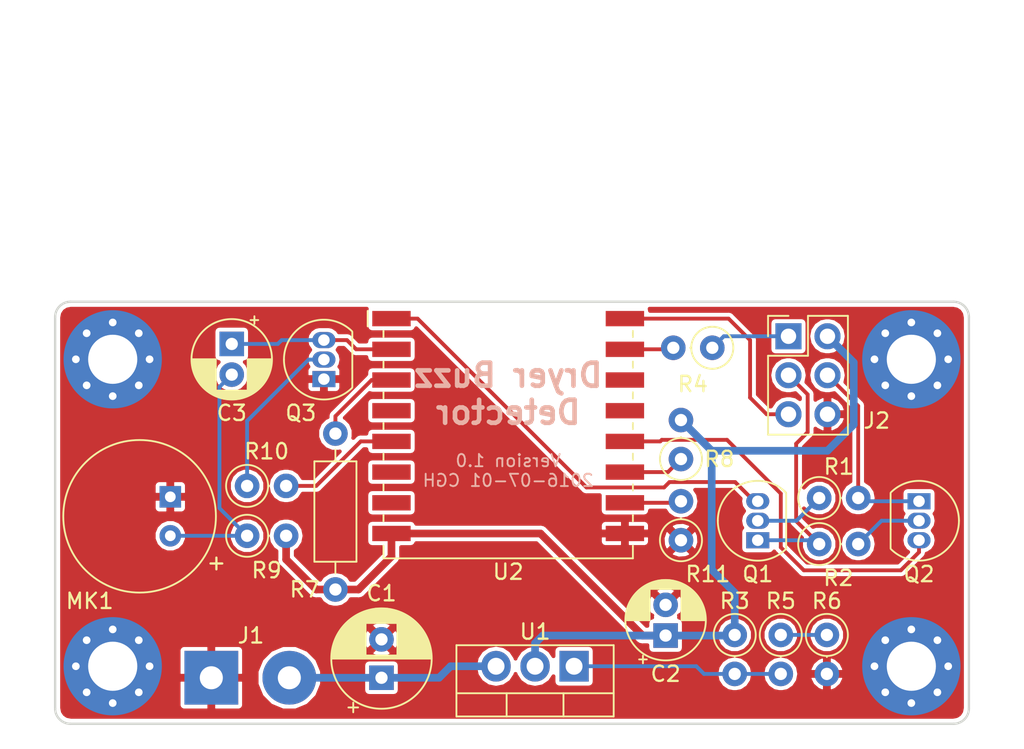
<source format=kicad_pcb>
(kicad_pcb (version 20171130) (host pcbnew 5.0.0-rc2-unknown-r13197-01c2d93a)

  (general
    (thickness 1.6)
    (drawings 10)
    (tracks 94)
    (zones 0)
    (modules 26)
    (nets 27)
  )

  (page A4)
  (title_block
    (title "Dryer Buzz PCB")
    (date 2018-07-01)
    (rev 1.0)
  )

  (layers
    (0 F.Cu signal)
    (31 B.Cu signal)
    (32 B.Adhes user)
    (33 F.Adhes user)
    (34 B.Paste user)
    (35 F.Paste user)
    (36 B.SilkS user)
    (37 F.SilkS user)
    (38 B.Mask user)
    (39 F.Mask user)
    (40 Dwgs.User user)
    (41 Cmts.User user)
    (42 Eco1.User user)
    (43 Eco2.User user)
    (44 Edge.Cuts user)
    (45 Margin user)
    (46 B.CrtYd user)
    (47 F.CrtYd user)
    (48 B.Fab user)
    (49 F.Fab user)
  )

  (setup
    (last_trace_width 0.25)
    (trace_clearance 0.2)
    (zone_clearance 0.254)
    (zone_45_only no)
    (trace_min 0.2)
    (segment_width 0.2)
    (edge_width 0.15)
    (via_size 0.8)
    (via_drill 0.4)
    (via_min_size 0.4)
    (via_min_drill 0.3)
    (uvia_size 0.3)
    (uvia_drill 0.1)
    (uvias_allowed no)
    (uvia_min_size 0.2)
    (uvia_min_drill 0.1)
    (pcb_text_width 0.3)
    (pcb_text_size 1.5 1.5)
    (mod_edge_width 0.15)
    (mod_text_size 1 1)
    (mod_text_width 0.15)
    (pad_size 1.524 1.524)
    (pad_drill 0.762)
    (pad_to_mask_clearance 0.0508)
    (aux_axis_origin 0 0)
    (visible_elements FFFFFF7F)
    (pcbplotparams
      (layerselection 0x010fc_ffffffff)
      (usegerberextensions false)
      (usegerberattributes false)
      (usegerberadvancedattributes false)
      (creategerberjobfile false)
      (excludeedgelayer true)
      (linewidth 0.100000)
      (plotframeref false)
      (viasonmask false)
      (mode 1)
      (useauxorigin false)
      (hpglpennumber 1)
      (hpglpenspeed 20)
      (hpglpendiameter 15.000000)
      (psnegative false)
      (psa4output false)
      (plotreference true)
      (plotvalue true)
      (plotinvisibletext false)
      (padsonsilk false)
      (subtractmaskfromsilk false)
      (outputformat 1)
      (mirror false)
      (drillshape 1)
      (scaleselection 1)
      (outputdirectory ""))
  )

  (net 0 "")
  (net 1 GND)
  (net 2 "Net-(R11-Pad2)")
  (net 3 "Net-(R3-Pad2)")
  (net 4 /ESP_RX)
  (net 5 +3V3)
  (net 6 /RTS)
  (net 7 "Net-(Q2-Pad2)")
  (net 8 "Net-(Q1-Pad2)")
  (net 9 /DTR)
  (net 10 "Net-(R7-Pad1)")
  (net 11 "Net-(R8-Pad1)")
  (net 12 "Net-(Q3-Pad2)")
  (net 13 /RST)
  (net 14 "Net-(U2-Pad4)")
  (net 15 "Net-(U2-Pad6)")
  (net 16 "Net-(U2-Pad7)")
  (net 17 "Net-(U2-Pad13)")
  (net 18 "Net-(U2-Pad14)")
  (net 19 /GPIO0)
  (net 20 /ESP_TX)
  (net 21 VDC)
  (net 22 "Net-(J2-Pad1)")
  (net 23 /MIC+)
  (net 24 /ESP_ADC)
  (net 25 /MIC_EN)
  (net 26 "Net-(R5-Pad1)")

  (net_class Default "This is the default net class."
    (clearance 0.2)
    (trace_width 0.25)
    (via_dia 0.8)
    (via_drill 0.4)
    (uvia_dia 0.3)
    (uvia_drill 0.1)
    (add_net /DTR)
    (add_net /ESP_ADC)
    (add_net /ESP_RX)
    (add_net /ESP_TX)
    (add_net /GPIO0)
    (add_net /MIC+)
    (add_net /MIC_EN)
    (add_net /RST)
    (add_net /RTS)
    (add_net "Net-(J2-Pad1)")
    (add_net "Net-(Q1-Pad2)")
    (add_net "Net-(Q2-Pad2)")
    (add_net "Net-(Q3-Pad2)")
    (add_net "Net-(R11-Pad2)")
    (add_net "Net-(R3-Pad2)")
    (add_net "Net-(R5-Pad1)")
    (add_net "Net-(R7-Pad1)")
    (add_net "Net-(R8-Pad1)")
    (add_net "Net-(U2-Pad13)")
    (add_net "Net-(U2-Pad14)")
    (add_net "Net-(U2-Pad4)")
    (add_net "Net-(U2-Pad6)")
    (add_net "Net-(U2-Pad7)")
  )

  (net_class Power ""
    (clearance 0.2)
    (trace_width 0.5)
    (via_dia 1)
    (via_drill 0.5)
    (uvia_dia 0.3)
    (uvia_drill 0.1)
    (add_net +3V3)
    (add_net GND)
    (add_net VDC)
  )

  (module Package_TO_SOT_THT:TO-220-3_Vertical (layer F.Cu) (tedit 5AC8BA0D) (tstamp 5B454AFA)
    (at 129.29 92.75 180)
    (descr "TO-220-3, Vertical, RM 2.54mm, see https://www.vishay.com/docs/66542/to-220-1.pdf")
    (tags "TO-220-3 Vertical RM 2.54mm")
    (path /5AF8545A)
    (fp_text reference U1 (at 2.54 2.25 180) (layer F.SilkS)
      (effects (font (size 1 1) (thickness 0.15)))
    )
    (fp_text value LM317_3PinPackage (at 2.54 2.5 180) (layer F.Fab)
      (effects (font (size 1 1) (thickness 0.15)))
    )
    (fp_text user %R (at 2.54 -4.27 180) (layer F.Fab)
      (effects (font (size 1 1) (thickness 0.15)))
    )
    (fp_line (start 7.79 -3.4) (end -2.71 -3.4) (layer F.CrtYd) (width 0.05))
    (fp_line (start 7.79 1.51) (end 7.79 -3.4) (layer F.CrtYd) (width 0.05))
    (fp_line (start -2.71 1.51) (end 7.79 1.51) (layer F.CrtYd) (width 0.05))
    (fp_line (start -2.71 -3.4) (end -2.71 1.51) (layer F.CrtYd) (width 0.05))
    (fp_line (start 4.391 -3.27) (end 4.391 -1.76) (layer F.SilkS) (width 0.12))
    (fp_line (start 0.69 -3.27) (end 0.69 -1.76) (layer F.SilkS) (width 0.12))
    (fp_line (start -2.58 -1.76) (end 7.66 -1.76) (layer F.SilkS) (width 0.12))
    (fp_line (start 7.66 -3.27) (end 7.66 1.371) (layer F.SilkS) (width 0.12))
    (fp_line (start -2.58 -3.27) (end -2.58 1.371) (layer F.SilkS) (width 0.12))
    (fp_line (start -2.58 1.371) (end 7.66 1.371) (layer F.SilkS) (width 0.12))
    (fp_line (start -2.58 -3.27) (end 7.66 -3.27) (layer F.SilkS) (width 0.12))
    (fp_line (start 4.39 -3.15) (end 4.39 -1.88) (layer F.Fab) (width 0.1))
    (fp_line (start 0.69 -3.15) (end 0.69 -1.88) (layer F.Fab) (width 0.1))
    (fp_line (start -2.46 -1.88) (end 7.54 -1.88) (layer F.Fab) (width 0.1))
    (fp_line (start 7.54 -3.15) (end -2.46 -3.15) (layer F.Fab) (width 0.1))
    (fp_line (start 7.54 1.25) (end 7.54 -3.15) (layer F.Fab) (width 0.1))
    (fp_line (start -2.46 1.25) (end 7.54 1.25) (layer F.Fab) (width 0.1))
    (fp_line (start -2.46 -3.15) (end -2.46 1.25) (layer F.Fab) (width 0.1))
    (pad 3 thru_hole oval (at 5.08 0 180) (size 1.905 2) (drill 1.1) (layers *.Cu *.Mask)
      (net 21 VDC))
    (pad 2 thru_hole oval (at 2.54 0 180) (size 1.905 2) (drill 1.1) (layers *.Cu *.Mask)
      (net 5 +3V3))
    (pad 1 thru_hole rect (at 0 0 180) (size 1.905 2) (drill 1.1) (layers *.Cu *.Mask)
      (net 3 "Net-(R3-Pad2)"))
    (model ${KISYS3DMOD}/Package_TO_SOT_THT.3dshapes/TO-220-3_Vertical.wrl
      (at (xyz 0 0 0))
      (scale (xyz 1 1 1))
      (rotate (xyz 0 0 0))
    )
  )

  (module Connector_Wire:SolderWirePad_1x02_P5.08mm_Drill1.5mm (layer F.Cu) (tedit 5AEE5F19) (tstamp 5B4603A7)
    (at 105.67 93.5)
    (descr "Wire solder connection")
    (tags connector)
    (path /5B0B209D)
    (attr virtual)
    (fp_text reference J1 (at 2.58 -2.75) (layer F.SilkS)
      (effects (font (size 1 1) (thickness 0.15)))
    )
    (fp_text value Conn_01x02 (at 2.54 3.81) (layer F.Fab)
      (effects (font (size 1 1) (thickness 0.15)))
    )
    (fp_text user %R (at 2.54 0) (layer F.Fab)
      (effects (font (size 1 1) (thickness 0.15)))
    )
    (fp_line (start -2.25 -2.25) (end 7.33 -2.25) (layer F.CrtYd) (width 0.05))
    (fp_line (start -2.25 -2.25) (end -2.25 2.25) (layer F.CrtYd) (width 0.05))
    (fp_line (start 7.33 2.25) (end 7.33 -2.25) (layer F.CrtYd) (width 0.05))
    (fp_line (start 7.33 2.25) (end -2.25 2.25) (layer F.CrtYd) (width 0.05))
    (pad 1 thru_hole rect (at 0 0) (size 3.50012 3.50012) (drill 1.50114) (layers *.Cu *.Mask)
      (net 1 GND))
    (pad 2 thru_hole circle (at 5.08 0) (size 3.50012 3.50012) (drill 1.50114) (layers *.Cu *.Mask)
      (net 21 VDC))
  )

  (module MountingHole:MountingHole_3.2mm_M3_Pad_Via (layer F.Cu) (tedit 5B37F18E) (tstamp 5B4520E0)
    (at 99.25 72.75)
    (descr "Mounting Hole 3.2mm, M3")
    (tags "mounting hole 3.2mm m3")
    (path /5B38858F)
    (zone_connect 2)
    (attr virtual)
    (fp_text reference MH1 (at 0 -4.2) (layer F.Fab)
      (effects (font (size 1 1) (thickness 0.15)))
    )
    (fp_text value Mounting_Hole_PAD (at 0 4.2) (layer F.Fab)
      (effects (font (size 1 1) (thickness 0.15)))
    )
    (fp_circle (center 0 0) (end 3.45 0) (layer F.CrtYd) (width 0.05))
    (fp_circle (center 0 0) (end 3.2 0) (layer Cmts.User) (width 0.15))
    (fp_text user %R (at 0.3 0) (layer F.Fab)
      (effects (font (size 1 1) (thickness 0.15)))
    )
    (pad 1 thru_hole circle (at 1.697056 -1.697056) (size 0.8 0.8) (drill 0.5) (layers *.Cu *.Mask)
      (net 1 GND) (zone_connect 2))
    (pad 1 thru_hole circle (at 0 -2.4) (size 0.8 0.8) (drill 0.5) (layers *.Cu *.Mask)
      (net 1 GND) (zone_connect 2))
    (pad 1 thru_hole circle (at -1.697056 -1.697056) (size 0.8 0.8) (drill 0.5) (layers *.Cu *.Mask)
      (net 1 GND) (zone_connect 2))
    (pad 1 thru_hole circle (at -2.4 0) (size 0.8 0.8) (drill 0.5) (layers *.Cu *.Mask)
      (net 1 GND) (zone_connect 2))
    (pad 1 thru_hole circle (at -1.697056 1.697056) (size 0.8 0.8) (drill 0.5) (layers *.Cu *.Mask)
      (net 1 GND) (zone_connect 2))
    (pad 1 thru_hole circle (at 0 2.4) (size 0.8 0.8) (drill 0.5) (layers *.Cu *.Mask)
      (net 1 GND) (zone_connect 2))
    (pad 1 thru_hole circle (at 1.697056 1.697056) (size 0.8 0.8) (drill 0.5) (layers *.Cu *.Mask)
      (net 1 GND) (zone_connect 2))
    (pad 1 thru_hole circle (at 2.4 0) (size 0.8 0.8) (drill 0.5) (layers *.Cu *.Mask)
      (net 1 GND) (zone_connect 2))
    (pad 1 thru_hole circle (at 0 0) (size 6.4 6.4) (drill 3.2) (layers *.Cu *.Mask)
      (net 1 GND) (zone_connect 2))
  )

  (module MountingHole:MountingHole_3.2mm_M3_Pad_Via (layer F.Cu) (tedit 5B37F18A) (tstamp 5B4520D0)
    (at 151.25 72.75)
    (descr "Mounting Hole 3.2mm, M3")
    (tags "mounting hole 3.2mm m3")
    (path /5B38863C)
    (zone_connect 2)
    (attr virtual)
    (fp_text reference MH2 (at 0 -4.2) (layer F.Fab)
      (effects (font (size 1 1) (thickness 0.15)))
    )
    (fp_text value Mounting_Hole_PAD (at 0 4.2) (layer F.Fab)
      (effects (font (size 1 1) (thickness 0.15)))
    )
    (fp_text user %R (at 0.3 0) (layer F.Fab)
      (effects (font (size 1 1) (thickness 0.15)))
    )
    (fp_circle (center 0 0) (end 3.2 0) (layer Cmts.User) (width 0.15))
    (fp_circle (center 0 0) (end 3.45 0) (layer F.CrtYd) (width 0.05))
    (pad 1 thru_hole circle (at 0 0) (size 6.4 6.4) (drill 3.2) (layers *.Cu *.Mask)
      (net 1 GND) (zone_connect 2))
    (pad 1 thru_hole circle (at 2.4 0) (size 0.8 0.8) (drill 0.5) (layers *.Cu *.Mask)
      (net 1 GND) (zone_connect 2))
    (pad 1 thru_hole circle (at 1.697056 1.697056) (size 0.8 0.8) (drill 0.5) (layers *.Cu *.Mask)
      (net 1 GND) (zone_connect 2))
    (pad 1 thru_hole circle (at 0 2.4) (size 0.8 0.8) (drill 0.5) (layers *.Cu *.Mask)
      (net 1 GND) (zone_connect 2))
    (pad 1 thru_hole circle (at -1.697056 1.697056) (size 0.8 0.8) (drill 0.5) (layers *.Cu *.Mask)
      (net 1 GND) (zone_connect 2))
    (pad 1 thru_hole circle (at -2.4 0) (size 0.8 0.8) (drill 0.5) (layers *.Cu *.Mask)
      (net 1 GND) (zone_connect 2))
    (pad 1 thru_hole circle (at -1.697056 -1.697056) (size 0.8 0.8) (drill 0.5) (layers *.Cu *.Mask)
      (net 1 GND) (zone_connect 2))
    (pad 1 thru_hole circle (at 0 -2.4) (size 0.8 0.8) (drill 0.5) (layers *.Cu *.Mask)
      (net 1 GND) (zone_connect 2))
    (pad 1 thru_hole circle (at 1.697056 -1.697056) (size 0.8 0.8) (drill 0.5) (layers *.Cu *.Mask)
      (net 1 GND) (zone_connect 2))
  )

  (module MountingHole:MountingHole_3.2mm_M3_Pad_Via (layer F.Cu) (tedit 5B37F192) (tstamp 5B4524EB)
    (at 99.25 92.75)
    (descr "Mounting Hole 3.2mm, M3")
    (tags "mounting hole 3.2mm m3")
    (path /5B389586)
    (zone_connect 2)
    (attr virtual)
    (fp_text reference MH3 (at 0 -4.2) (layer F.Fab)
      (effects (font (size 1 1) (thickness 0.15)))
    )
    (fp_text value Mounting_Hole_PAD (at 0 4.2) (layer F.Fab)
      (effects (font (size 1 1) (thickness 0.15)))
    )
    (fp_circle (center 0 0) (end 3.45 0) (layer F.CrtYd) (width 0.05))
    (fp_circle (center 0 0) (end 3.2 0) (layer Cmts.User) (width 0.15))
    (fp_text user %R (at 0.3 0) (layer F.Fab)
      (effects (font (size 1 1) (thickness 0.15)))
    )
    (pad 1 thru_hole circle (at 1.697056 -1.697056) (size 0.8 0.8) (drill 0.5) (layers *.Cu *.Mask)
      (net 1 GND) (zone_connect 2))
    (pad 1 thru_hole circle (at 0 -2.4) (size 0.8 0.8) (drill 0.5) (layers *.Cu *.Mask)
      (net 1 GND) (zone_connect 2))
    (pad 1 thru_hole circle (at -1.697056 -1.697056) (size 0.8 0.8) (drill 0.5) (layers *.Cu *.Mask)
      (net 1 GND) (zone_connect 2))
    (pad 1 thru_hole circle (at -2.4 0) (size 0.8 0.8) (drill 0.5) (layers *.Cu *.Mask)
      (net 1 GND) (zone_connect 2))
    (pad 1 thru_hole circle (at -1.697056 1.697056) (size 0.8 0.8) (drill 0.5) (layers *.Cu *.Mask)
      (net 1 GND) (zone_connect 2))
    (pad 1 thru_hole circle (at 0 2.4) (size 0.8 0.8) (drill 0.5) (layers *.Cu *.Mask)
      (net 1 GND) (zone_connect 2))
    (pad 1 thru_hole circle (at 1.697056 1.697056) (size 0.8 0.8) (drill 0.5) (layers *.Cu *.Mask)
      (net 1 GND) (zone_connect 2))
    (pad 1 thru_hole circle (at 2.4 0) (size 0.8 0.8) (drill 0.5) (layers *.Cu *.Mask)
      (net 1 GND) (zone_connect 2))
    (pad 1 thru_hole circle (at 0 0) (size 6.4 6.4) (drill 3.2) (layers *.Cu *.Mask)
      (net 1 GND) (zone_connect 2))
  )

  (module MountingHole:MountingHole_3.2mm_M3_Pad_Via (layer F.Cu) (tedit 5B37F186) (tstamp 5B452539)
    (at 151.25 92.75)
    (descr "Mounting Hole 3.2mm, M3")
    (tags "mounting hole 3.2mm m3")
    (path /5B38958D)
    (zone_connect 2)
    (attr virtual)
    (fp_text reference MH4 (at 0 -4.2) (layer F.Fab)
      (effects (font (size 1 1) (thickness 0.15)))
    )
    (fp_text value Mounting_Hole_PAD (at 0 4.2) (layer F.Fab)
      (effects (font (size 1 1) (thickness 0.15)))
    )
    (fp_text user %R (at 0.3 0) (layer F.Fab)
      (effects (font (size 1 1) (thickness 0.15)))
    )
    (fp_circle (center 0 0) (end 3.2 0) (layer Cmts.User) (width 0.15))
    (fp_circle (center 0 0) (end 3.45 0) (layer F.CrtYd) (width 0.05))
    (pad 1 thru_hole circle (at 0 0) (size 6.4 6.4) (drill 3.2) (layers *.Cu *.Mask)
      (net 1 GND) (zone_connect 2))
    (pad 1 thru_hole circle (at 2.4 0) (size 0.8 0.8) (drill 0.5) (layers *.Cu *.Mask)
      (net 1 GND) (zone_connect 2))
    (pad 1 thru_hole circle (at 1.697056 1.697056) (size 0.8 0.8) (drill 0.5) (layers *.Cu *.Mask)
      (net 1 GND) (zone_connect 2))
    (pad 1 thru_hole circle (at 0 2.4) (size 0.8 0.8) (drill 0.5) (layers *.Cu *.Mask)
      (net 1 GND) (zone_connect 2))
    (pad 1 thru_hole circle (at -1.697056 1.697056) (size 0.8 0.8) (drill 0.5) (layers *.Cu *.Mask)
      (net 1 GND) (zone_connect 2))
    (pad 1 thru_hole circle (at -2.4 0) (size 0.8 0.8) (drill 0.5) (layers *.Cu *.Mask)
      (net 1 GND) (zone_connect 2))
    (pad 1 thru_hole circle (at -1.697056 -1.697056) (size 0.8 0.8) (drill 0.5) (layers *.Cu *.Mask)
      (net 1 GND) (zone_connect 2))
    (pad 1 thru_hole circle (at 0 -2.4) (size 0.8 0.8) (drill 0.5) (layers *.Cu *.Mask)
      (net 1 GND) (zone_connect 2))
    (pad 1 thru_hole circle (at 1.697056 -1.697056) (size 0.8 0.8) (drill 0.5) (layers *.Cu *.Mask)
      (net 1 GND) (zone_connect 2))
  )

  (module Resistor_THT:R_Axial_DIN0207_L6.3mm_D2.5mm_P2.54mm_Vertical (layer F.Cu) (tedit 5AE5139B) (tstamp 5B38D6CD)
    (at 136.25 79.25 90)
    (descr "Resistor, Axial_DIN0207 series, Axial, Vertical, pin pitch=2.54mm, 0.25W = 1/4W, length*diameter=6.3*2.5mm^2, http://cdn-reichelt.de/documents/datenblatt/B400/1_4W%23YAG.pdf")
    (tags "Resistor Axial_DIN0207 series Axial Vertical pin pitch 2.54mm 0.25W = 1/4W length 6.3mm diameter 2.5mm")
    (path /5AF881FB)
    (fp_text reference R8 (at 0 2.5 180) (layer F.SilkS)
      (effects (font (size 1 1) (thickness 0.15)))
    )
    (fp_text value 10k (at 1.27 2.37 90) (layer F.Fab)
      (effects (font (size 1 1) (thickness 0.15)))
    )
    (fp_circle (center 0 0) (end 1.25 0) (layer F.Fab) (width 0.1))
    (fp_circle (center 0 0) (end 1.37 0) (layer F.SilkS) (width 0.12))
    (fp_line (start 0 0) (end 2.54 0) (layer F.Fab) (width 0.1))
    (fp_line (start 1.37 0) (end 1.44 0) (layer F.SilkS) (width 0.12))
    (fp_line (start -1.5 -1.5) (end -1.5 1.5) (layer F.CrtYd) (width 0.05))
    (fp_line (start -1.5 1.5) (end 3.59 1.5) (layer F.CrtYd) (width 0.05))
    (fp_line (start 3.59 1.5) (end 3.59 -1.5) (layer F.CrtYd) (width 0.05))
    (fp_line (start 3.59 -1.5) (end -1.5 -1.5) (layer F.CrtYd) (width 0.05))
    (fp_text user %R (at 1.27 -2.37 90) (layer F.Fab)
      (effects (font (size 1 1) (thickness 0.15)))
    )
    (pad 1 thru_hole circle (at 0 0 90) (size 1.6 1.6) (drill 0.8) (layers *.Cu *.Mask)
      (net 11 "Net-(R8-Pad1)"))
    (pad 2 thru_hole oval (at 2.54 0 90) (size 1.6 1.6) (drill 0.8) (layers *.Cu *.Mask)
      (net 5 +3V3))
    (model ${KISYS3DMOD}/Resistor_THT.3dshapes/R_Axial_DIN0207_L6.3mm_D2.5mm_P2.54mm_Vertical.wrl
      (at (xyz 0 0 0))
      (scale (xyz 1 1 1))
      (rotate (xyz 0 0 0))
    )
  )

  (module Resistor_THT:R_Axial_DIN0207_L6.3mm_D2.5mm_P2.54mm_Vertical (layer F.Cu) (tedit 5AE5139B) (tstamp 5B38A09D)
    (at 108 84.25)
    (descr "Resistor, Axial_DIN0207 series, Axial, Vertical, pin pitch=2.54mm, 0.25W = 1/4W, length*diameter=6.3*2.5mm^2, http://cdn-reichelt.de/documents/datenblatt/B400/1_4W%23YAG.pdf")
    (tags "Resistor Axial_DIN0207 series Axial Vertical pin pitch 2.54mm 0.25W = 1/4W length 6.3mm diameter 2.5mm")
    (path /5AF86A60)
    (fp_text reference R9 (at 1.27 2.25) (layer F.SilkS)
      (effects (font (size 1 1) (thickness 0.15)))
    )
    (fp_text value 10k (at 1.27 2.37) (layer F.Fab)
      (effects (font (size 1 1) (thickness 0.15)))
    )
    (fp_text user %R (at 1.27 -2.37) (layer F.Fab)
      (effects (font (size 1 1) (thickness 0.15)))
    )
    (fp_line (start 3.59 -1.5) (end -1.5 -1.5) (layer F.CrtYd) (width 0.05))
    (fp_line (start 3.59 1.5) (end 3.59 -1.5) (layer F.CrtYd) (width 0.05))
    (fp_line (start -1.5 1.5) (end 3.59 1.5) (layer F.CrtYd) (width 0.05))
    (fp_line (start -1.5 -1.5) (end -1.5 1.5) (layer F.CrtYd) (width 0.05))
    (fp_line (start 1.37 0) (end 1.44 0) (layer F.SilkS) (width 0.12))
    (fp_line (start 0 0) (end 2.54 0) (layer F.Fab) (width 0.1))
    (fp_circle (center 0 0) (end 1.37 0) (layer F.SilkS) (width 0.12))
    (fp_circle (center 0 0) (end 1.25 0) (layer F.Fab) (width 0.1))
    (pad 2 thru_hole oval (at 2.54 0) (size 1.6 1.6) (drill 0.8) (layers *.Cu *.Mask)
      (net 5 +3V3))
    (pad 1 thru_hole circle (at 0 0) (size 1.6 1.6) (drill 0.8) (layers *.Cu *.Mask)
      (net 23 /MIC+))
    (model ${KISYS3DMOD}/Resistor_THT.3dshapes/R_Axial_DIN0207_L6.3mm_D2.5mm_P2.54mm_Vertical.wrl
      (at (xyz 0 0 0))
      (scale (xyz 1 1 1))
      (rotate (xyz 0 0 0))
    )
  )

  (module Resistor_THT:R_Axial_DIN0207_L6.3mm_D2.5mm_P2.54mm_Vertical (layer F.Cu) (tedit 5AE5139B) (tstamp 5B38C627)
    (at 108 81)
    (descr "Resistor, Axial_DIN0207 series, Axial, Vertical, pin pitch=2.54mm, 0.25W = 1/4W, length*diameter=6.3*2.5mm^2, http://cdn-reichelt.de/documents/datenblatt/B400/1_4W%23YAG.pdf")
    (tags "Resistor Axial_DIN0207 series Axial Vertical pin pitch 2.54mm 0.25W = 1/4W length 6.3mm diameter 2.5mm")
    (path /5AF8738B)
    (fp_text reference R10 (at 1.27 -2.25) (layer F.SilkS)
      (effects (font (size 1 1) (thickness 0.15)))
    )
    (fp_text value 10k (at 1.27 2.37) (layer F.Fab)
      (effects (font (size 1 1) (thickness 0.15)))
    )
    (fp_circle (center 0 0) (end 1.25 0) (layer F.Fab) (width 0.1))
    (fp_circle (center 0 0) (end 1.37 0) (layer F.SilkS) (width 0.12))
    (fp_line (start 0 0) (end 2.54 0) (layer F.Fab) (width 0.1))
    (fp_line (start 1.37 0) (end 1.44 0) (layer F.SilkS) (width 0.12))
    (fp_line (start -1.5 -1.5) (end -1.5 1.5) (layer F.CrtYd) (width 0.05))
    (fp_line (start -1.5 1.5) (end 3.59 1.5) (layer F.CrtYd) (width 0.05))
    (fp_line (start 3.59 1.5) (end 3.59 -1.5) (layer F.CrtYd) (width 0.05))
    (fp_line (start 3.59 -1.5) (end -1.5 -1.5) (layer F.CrtYd) (width 0.05))
    (fp_text user %R (at 1.27 -2.37) (layer F.Fab)
      (effects (font (size 1 1) (thickness 0.15)))
    )
    (pad 1 thru_hole circle (at 0 0) (size 1.6 1.6) (drill 0.8) (layers *.Cu *.Mask)
      (net 12 "Net-(Q3-Pad2)"))
    (pad 2 thru_hole oval (at 2.54 0) (size 1.6 1.6) (drill 0.8) (layers *.Cu *.Mask)
      (net 25 /MIC_EN))
    (model ${KISYS3DMOD}/Resistor_THT.3dshapes/R_Axial_DIN0207_L6.3mm_D2.5mm_P2.54mm_Vertical.wrl
      (at (xyz 0 0 0))
      (scale (xyz 1 1 1))
      (rotate (xyz 0 0 0))
    )
  )

  (module Resistor_THT:R_Axial_DIN0207_L6.3mm_D2.5mm_P2.54mm_Vertical (layer F.Cu) (tedit 5AE5139B) (tstamp 5B38923F)
    (at 138.29 72 180)
    (descr "Resistor, Axial_DIN0207 series, Axial, Vertical, pin pitch=2.54mm, 0.25W = 1/4W, length*diameter=6.3*2.5mm^2, http://cdn-reichelt.de/documents/datenblatt/B400/1_4W%23YAG.pdf")
    (tags "Resistor Axial_DIN0207 series Axial Vertical pin pitch 2.54mm 0.25W = 1/4W length 6.3mm diameter 2.5mm")
    (path /5AF89798)
    (fp_text reference R4 (at 1.27 -2.37 180) (layer F.SilkS)
      (effects (font (size 1 1) (thickness 0.15)))
    )
    (fp_text value 100 (at 1.27 2.37 180) (layer F.Fab)
      (effects (font (size 1 1) (thickness 0.15)))
    )
    (fp_circle (center 0 0) (end 1.25 0) (layer F.Fab) (width 0.1))
    (fp_circle (center 0 0) (end 1.37 0) (layer F.SilkS) (width 0.12))
    (fp_line (start 0 0) (end 2.54 0) (layer F.Fab) (width 0.1))
    (fp_line (start 1.37 0) (end 1.44 0) (layer F.SilkS) (width 0.12))
    (fp_line (start -1.5 -1.5) (end -1.5 1.5) (layer F.CrtYd) (width 0.05))
    (fp_line (start -1.5 1.5) (end 3.59 1.5) (layer F.CrtYd) (width 0.05))
    (fp_line (start 3.59 1.5) (end 3.59 -1.5) (layer F.CrtYd) (width 0.05))
    (fp_line (start 3.59 -1.5) (end -1.5 -1.5) (layer F.CrtYd) (width 0.05))
    (fp_text user %R (at 1.27 -2.37 180) (layer F.Fab)
      (effects (font (size 1 1) (thickness 0.15)))
    )
    (pad 1 thru_hole circle (at 0 0 180) (size 1.6 1.6) (drill 0.8) (layers *.Cu *.Mask)
      (net 22 "Net-(J2-Pad1)"))
    (pad 2 thru_hole oval (at 2.54 0 180) (size 1.6 1.6) (drill 0.8) (layers *.Cu *.Mask)
      (net 4 /ESP_RX))
    (model ${KISYS3DMOD}/Resistor_THT.3dshapes/R_Axial_DIN0207_L6.3mm_D2.5mm_P2.54mm_Vertical.wrl
      (at (xyz 0 0 0))
      (scale (xyz 1 1 1))
      (rotate (xyz 0 0 0))
    )
  )

  (module Resistor_THT:R_Axial_DIN0207_L6.3mm_D2.5mm_P2.54mm_Vertical (layer F.Cu) (tedit 5AE5139B) (tstamp 5B385AC8)
    (at 145.24962 84.788298)
    (descr "Resistor, Axial_DIN0207 series, Axial, Vertical, pin pitch=2.54mm, 0.25W = 1/4W, length*diameter=6.3*2.5mm^2, http://cdn-reichelt.de/documents/datenblatt/B400/1_4W%23YAG.pdf")
    (tags "Resistor Axial_DIN0207 series Axial Vertical pin pitch 2.54mm 0.25W = 1/4W length 6.3mm diameter 2.5mm")
    (path /5AF90FA8)
    (fp_text reference R2 (at 1.25038 2.211702) (layer F.SilkS)
      (effects (font (size 1 1) (thickness 0.15)))
    )
    (fp_text value 10k (at 1.27 2.37) (layer F.Fab)
      (effects (font (size 1 1) (thickness 0.15)))
    )
    (fp_text user %R (at 1.27 -2.37) (layer F.Fab)
      (effects (font (size 1 1) (thickness 0.15)))
    )
    (fp_line (start 3.59 -1.5) (end -1.5 -1.5) (layer F.CrtYd) (width 0.05))
    (fp_line (start 3.59 1.5) (end 3.59 -1.5) (layer F.CrtYd) (width 0.05))
    (fp_line (start -1.5 1.5) (end 3.59 1.5) (layer F.CrtYd) (width 0.05))
    (fp_line (start -1.5 -1.5) (end -1.5 1.5) (layer F.CrtYd) (width 0.05))
    (fp_line (start 1.37 0) (end 1.44 0) (layer F.SilkS) (width 0.12))
    (fp_line (start 0 0) (end 2.54 0) (layer F.Fab) (width 0.1))
    (fp_circle (center 0 0) (end 1.37 0) (layer F.SilkS) (width 0.12))
    (fp_circle (center 0 0) (end 1.25 0) (layer F.Fab) (width 0.1))
    (pad 2 thru_hole oval (at 2.54 0) (size 1.6 1.6) (drill 0.8) (layers *.Cu *.Mask)
      (net 7 "Net-(Q2-Pad2)"))
    (pad 1 thru_hole circle (at 0 0) (size 1.6 1.6) (drill 0.8) (layers *.Cu *.Mask)
      (net 6 /RTS))
    (model ${KISYS3DMOD}/Resistor_THT.3dshapes/R_Axial_DIN0207_L6.3mm_D2.5mm_P2.54mm_Vertical.wrl
      (at (xyz 0 0 0))
      (scale (xyz 1 1 1))
      (rotate (xyz 0 0 0))
    )
  )

  (module Resistor_THT:R_Axial_DIN0207_L6.3mm_D2.5mm_P2.54mm_Vertical (layer F.Cu) (tedit 5AE5139B) (tstamp 5B384D2A)
    (at 145.24962 81.788298)
    (descr "Resistor, Axial_DIN0207 series, Axial, Vertical, pin pitch=2.54mm, 0.25W = 1/4W, length*diameter=6.3*2.5mm^2, http://cdn-reichelt.de/documents/datenblatt/B400/1_4W%23YAG.pdf")
    (tags "Resistor Axial_DIN0207 series Axial Vertical pin pitch 2.54mm 0.25W = 1/4W length 6.3mm diameter 2.5mm")
    (path /5AF91C47)
    (fp_text reference R1 (at 1.27 -2.038298) (layer F.SilkS)
      (effects (font (size 1 1) (thickness 0.15)))
    )
    (fp_text value 10k (at 1.27 2.37) (layer F.Fab)
      (effects (font (size 1 1) (thickness 0.15)))
    )
    (fp_circle (center 0 0) (end 1.25 0) (layer F.Fab) (width 0.1))
    (fp_circle (center 0 0) (end 1.37 0) (layer F.SilkS) (width 0.12))
    (fp_line (start 0 0) (end 2.54 0) (layer F.Fab) (width 0.1))
    (fp_line (start 1.37 0) (end 1.44 0) (layer F.SilkS) (width 0.12))
    (fp_line (start -1.5 -1.5) (end -1.5 1.5) (layer F.CrtYd) (width 0.05))
    (fp_line (start -1.5 1.5) (end 3.59 1.5) (layer F.CrtYd) (width 0.05))
    (fp_line (start 3.59 1.5) (end 3.59 -1.5) (layer F.CrtYd) (width 0.05))
    (fp_line (start 3.59 -1.5) (end -1.5 -1.5) (layer F.CrtYd) (width 0.05))
    (fp_text user %R (at 1.27 -2.37) (layer F.Fab)
      (effects (font (size 1 1) (thickness 0.15)))
    )
    (pad 1 thru_hole circle (at 0 0) (size 1.6 1.6) (drill 0.8) (layers *.Cu *.Mask)
      (net 8 "Net-(Q1-Pad2)"))
    (pad 2 thru_hole oval (at 2.54 0) (size 1.6 1.6) (drill 0.8) (layers *.Cu *.Mask)
      (net 9 /DTR))
    (model ${KISYS3DMOD}/Resistor_THT.3dshapes/R_Axial_DIN0207_L6.3mm_D2.5mm_P2.54mm_Vertical.wrl
      (at (xyz 0 0 0))
      (scale (xyz 1 1 1))
      (rotate (xyz 0 0 0))
    )
  )

  (module Resistor_THT:R_Axial_DIN0207_L6.3mm_D2.5mm_P2.54mm_Vertical (layer F.Cu) (tedit 5AE5139B) (tstamp 5B38DD2B)
    (at 136.25 84.54 90)
    (descr "Resistor, Axial_DIN0207 series, Axial, Vertical, pin pitch=2.54mm, 0.25W = 1/4W, length*diameter=6.3*2.5mm^2, http://cdn-reichelt.de/documents/datenblatt/B400/1_4W%23YAG.pdf")
    (tags "Resistor Axial_DIN0207 series Axial Vertical pin pitch 2.54mm 0.25W = 1/4W length 6.3mm diameter 2.5mm")
    (path /5AF886FA)
    (fp_text reference R11 (at -2.21 1.75 180) (layer F.SilkS)
      (effects (font (size 1 1) (thickness 0.15)))
    )
    (fp_text value 4.7k (at 1.27 2.37 90) (layer F.Fab)
      (effects (font (size 1 1) (thickness 0.15)))
    )
    (fp_circle (center 0 0) (end 1.25 0) (layer F.Fab) (width 0.1))
    (fp_circle (center 0 0) (end 1.37 0) (layer F.SilkS) (width 0.12))
    (fp_line (start 0 0) (end 2.54 0) (layer F.Fab) (width 0.1))
    (fp_line (start 1.37 0) (end 1.44 0) (layer F.SilkS) (width 0.12))
    (fp_line (start -1.5 -1.5) (end -1.5 1.5) (layer F.CrtYd) (width 0.05))
    (fp_line (start -1.5 1.5) (end 3.59 1.5) (layer F.CrtYd) (width 0.05))
    (fp_line (start 3.59 1.5) (end 3.59 -1.5) (layer F.CrtYd) (width 0.05))
    (fp_line (start 3.59 -1.5) (end -1.5 -1.5) (layer F.CrtYd) (width 0.05))
    (fp_text user %R (at 1.27 -2.37 90) (layer F.Fab)
      (effects (font (size 1 1) (thickness 0.15)))
    )
    (pad 1 thru_hole circle (at 0 0 90) (size 1.6 1.6) (drill 0.8) (layers *.Cu *.Mask)
      (net 1 GND))
    (pad 2 thru_hole oval (at 2.54 0 90) (size 1.6 1.6) (drill 0.8) (layers *.Cu *.Mask)
      (net 2 "Net-(R11-Pad2)"))
    (model ${KISYS3DMOD}/Resistor_THT.3dshapes/R_Axial_DIN0207_L6.3mm_D2.5mm_P2.54mm_Vertical.wrl
      (at (xyz 0 0 0))
      (scale (xyz 1 1 1))
      (rotate (xyz 0 0 0))
    )
  )

  (module Resistor_THT:R_Axial_DIN0207_L6.3mm_D2.5mm_P2.54mm_Vertical (layer F.Cu) (tedit 5AE5139B) (tstamp 5B454308)
    (at 139.75 90.71 270)
    (descr "Resistor, Axial_DIN0207 series, Axial, Vertical, pin pitch=2.54mm, 0.25W = 1/4W, length*diameter=6.3*2.5mm^2, http://cdn-reichelt.de/documents/datenblatt/B400/1_4W%23YAG.pdf")
    (tags "Resistor Axial_DIN0207 series Axial Vertical pin pitch 2.54mm 0.25W = 1/4W length 6.3mm diameter 2.5mm")
    (path /5AF855E5)
    (fp_text reference R3 (at -2.21 0) (layer F.SilkS)
      (effects (font (size 1 1) (thickness 0.15)))
    )
    (fp_text value 680 (at 1.27 2.37 270) (layer F.Fab)
      (effects (font (size 1 1) (thickness 0.15)))
    )
    (fp_circle (center 0 0) (end 1.25 0) (layer F.Fab) (width 0.1))
    (fp_circle (center 0 0) (end 1.37 0) (layer F.SilkS) (width 0.12))
    (fp_line (start 0 0) (end 2.54 0) (layer F.Fab) (width 0.1))
    (fp_line (start 1.37 0) (end 1.44 0) (layer F.SilkS) (width 0.12))
    (fp_line (start -1.5 -1.5) (end -1.5 1.5) (layer F.CrtYd) (width 0.05))
    (fp_line (start -1.5 1.5) (end 3.59 1.5) (layer F.CrtYd) (width 0.05))
    (fp_line (start 3.59 1.5) (end 3.59 -1.5) (layer F.CrtYd) (width 0.05))
    (fp_line (start 3.59 -1.5) (end -1.5 -1.5) (layer F.CrtYd) (width 0.05))
    (fp_text user %R (at 1.27 -2.37 270) (layer F.Fab)
      (effects (font (size 1 1) (thickness 0.15)))
    )
    (pad 1 thru_hole circle (at 0 0 270) (size 1.6 1.6) (drill 0.8) (layers *.Cu *.Mask)
      (net 5 +3V3))
    (pad 2 thru_hole oval (at 2.54 0 270) (size 1.6 1.6) (drill 0.8) (layers *.Cu *.Mask)
      (net 3 "Net-(R3-Pad2)"))
    (model ${KISYS3DMOD}/Resistor_THT.3dshapes/R_Axial_DIN0207_L6.3mm_D2.5mm_P2.54mm_Vertical.wrl
      (at (xyz 0 0 0))
      (scale (xyz 1 1 1))
      (rotate (xyz 0 0 0))
    )
  )

  (module Resistor_THT:R_Axial_DIN0207_L6.3mm_D2.5mm_P2.54mm_Vertical (layer F.Cu) (tedit 5AE5139B) (tstamp 5B454338)
    (at 142.75 90.71 270)
    (descr "Resistor, Axial_DIN0207 series, Axial, Vertical, pin pitch=2.54mm, 0.25W = 1/4W, length*diameter=6.3*2.5mm^2, http://cdn-reichelt.de/documents/datenblatt/B400/1_4W%23YAG.pdf")
    (tags "Resistor Axial_DIN0207 series Axial Vertical pin pitch 2.54mm 0.25W = 1/4W length 6.3mm diameter 2.5mm")
    (path /5AF857EA)
    (fp_text reference R5 (at -2.21 0) (layer F.SilkS)
      (effects (font (size 1 1) (thickness 0.15)))
    )
    (fp_text value 1k (at 1.27 2.37 270) (layer F.Fab)
      (effects (font (size 1 1) (thickness 0.15)))
    )
    (fp_text user %R (at 1.27 -2.37 270) (layer F.Fab)
      (effects (font (size 1 1) (thickness 0.15)))
    )
    (fp_line (start 3.59 -1.5) (end -1.5 -1.5) (layer F.CrtYd) (width 0.05))
    (fp_line (start 3.59 1.5) (end 3.59 -1.5) (layer F.CrtYd) (width 0.05))
    (fp_line (start -1.5 1.5) (end 3.59 1.5) (layer F.CrtYd) (width 0.05))
    (fp_line (start -1.5 -1.5) (end -1.5 1.5) (layer F.CrtYd) (width 0.05))
    (fp_line (start 1.37 0) (end 1.44 0) (layer F.SilkS) (width 0.12))
    (fp_line (start 0 0) (end 2.54 0) (layer F.Fab) (width 0.1))
    (fp_circle (center 0 0) (end 1.37 0) (layer F.SilkS) (width 0.12))
    (fp_circle (center 0 0) (end 1.25 0) (layer F.Fab) (width 0.1))
    (pad 2 thru_hole oval (at 2.54 0 270) (size 1.6 1.6) (drill 0.8) (layers *.Cu *.Mask)
      (net 3 "Net-(R3-Pad2)"))
    (pad 1 thru_hole circle (at 0 0 270) (size 1.6 1.6) (drill 0.8) (layers *.Cu *.Mask)
      (net 26 "Net-(R5-Pad1)"))
    (model ${KISYS3DMOD}/Resistor_THT.3dshapes/R_Axial_DIN0207_L6.3mm_D2.5mm_P2.54mm_Vertical.wrl
      (at (xyz 0 0 0))
      (scale (xyz 1 1 1))
      (rotate (xyz 0 0 0))
    )
  )

  (module Resistor_THT:R_Axial_DIN0207_L6.3mm_D2.5mm_P2.54mm_Vertical (layer F.Cu) (tedit 5AE5139B) (tstamp 5B4542DE)
    (at 145.75 90.71 270)
    (descr "Resistor, Axial_DIN0207 series, Axial, Vertical, pin pitch=2.54mm, 0.25W = 1/4W, length*diameter=6.3*2.5mm^2, http://cdn-reichelt.de/documents/datenblatt/B400/1_4W%23YAG.pdf")
    (tags "Resistor Axial_DIN0207 series Axial Vertical pin pitch 2.54mm 0.25W = 1/4W length 6.3mm diameter 2.5mm")
    (path /5AF8585F)
    (fp_text reference R6 (at -2.21 0) (layer F.SilkS)
      (effects (font (size 1 1) (thickness 0.15)))
    )
    (fp_text value 100 (at 1.27 2.37 270) (layer F.Fab)
      (effects (font (size 1 1) (thickness 0.15)))
    )
    (fp_circle (center 0 0) (end 1.25 0) (layer F.Fab) (width 0.1))
    (fp_circle (center 0 0) (end 1.37 0) (layer F.SilkS) (width 0.12))
    (fp_line (start 0 0) (end 2.54 0) (layer F.Fab) (width 0.1))
    (fp_line (start 1.37 0) (end 1.44 0) (layer F.SilkS) (width 0.12))
    (fp_line (start -1.5 -1.5) (end -1.5 1.5) (layer F.CrtYd) (width 0.05))
    (fp_line (start -1.5 1.5) (end 3.59 1.5) (layer F.CrtYd) (width 0.05))
    (fp_line (start 3.59 1.5) (end 3.59 -1.5) (layer F.CrtYd) (width 0.05))
    (fp_line (start 3.59 -1.5) (end -1.5 -1.5) (layer F.CrtYd) (width 0.05))
    (fp_text user %R (at 1.27 -2.37 270) (layer F.Fab)
      (effects (font (size 1 1) (thickness 0.15)))
    )
    (pad 1 thru_hole circle (at 0 0 270) (size 1.6 1.6) (drill 0.8) (layers *.Cu *.Mask)
      (net 26 "Net-(R5-Pad1)"))
    (pad 2 thru_hole oval (at 2.54 0 270) (size 1.6 1.6) (drill 0.8) (layers *.Cu *.Mask)
      (net 1 GND))
    (model ${KISYS3DMOD}/Resistor_THT.3dshapes/R_Axial_DIN0207_L6.3mm_D2.5mm_P2.54mm_Vertical.wrl
      (at (xyz 0 0 0))
      (scale (xyz 1 1 1))
      (rotate (xyz 0 0 0))
    )
  )

  (module RF_Module:ESP-07 (layer F.Cu) (tedit 5B1D6972) (tstamp 5B2B1819)
    (at 125 75)
    (descr "Wi-Fi Module, http://wiki.ai-thinker.com/_media/esp8266/docs/a007ps01a2_esp-07_product_specification_v1.2.pdf")
    (tags "Wi-Fi Module")
    (path /5B37DF5D)
    (attr smd)
    (fp_text reference U2 (at 0 11.6) (layer F.SilkS)
      (effects (font (size 1 1) (thickness 0.15)))
    )
    (fp_text value ESP-07 (at 0 9.6) (layer F.Fab)
      (effects (font (size 1 1) (thickness 0.15)))
    )
    (fp_line (start 8.12 -3.7) (end 8.12 -4.1) (layer F.SilkS) (width 0.12))
    (fp_line (start -8.12 -3.7) (end -8.12 -4.1) (layer F.SilkS) (width 0.12))
    (fp_line (start 8.12 -1.7) (end 8.12 -2.1) (layer F.SilkS) (width 0.12))
    (fp_line (start -8.12 -1.7) (end -8.12 -2.1) (layer F.SilkS) (width 0.12))
    (fp_line (start 8.12 0.3) (end 8.12 -0.1) (layer F.SilkS) (width 0.12))
    (fp_line (start -8.12 0.3) (end -8.12 -0.1) (layer F.SilkS) (width 0.12))
    (fp_line (start 8.12 2.3) (end 8.12 1.9) (layer F.SilkS) (width 0.12))
    (fp_line (start -8.12 2.3) (end -8.12 1.9) (layer F.SilkS) (width 0.12))
    (fp_line (start 8.12 4.3) (end 8.12 3.9) (layer F.SilkS) (width 0.12))
    (fp_line (start -8.12 4.3) (end -8.12 3.9) (layer F.SilkS) (width 0.12))
    (fp_line (start 8.12 6.3) (end 8.12 5.9) (layer F.SilkS) (width 0.12))
    (fp_line (start -8.12 6.3) (end -8.12 5.9) (layer F.SilkS) (width 0.12))
    (fp_line (start 8.12 8.3) (end 8.12 7.9) (layer F.SilkS) (width 0.12))
    (fp_line (start -8.12 8.3) (end -8.12 7.9) (layer F.SilkS) (width 0.12))
    (fp_line (start 23 -8.6) (end 20.4 -6) (layer Dwgs.User) (width 0.12))
    (fp_line (start 23 -11.6) (end 17.4 -6) (layer Dwgs.User) (width 0.12))
    (fp_line (start 23 -14.6) (end 14.4 -6) (layer Dwgs.User) (width 0.12))
    (fp_line (start 23 -17.6) (end 11.4 -6) (layer Dwgs.User) (width 0.12))
    (fp_line (start 23 -20.6) (end 8.4 -6) (layer Dwgs.User) (width 0.12))
    (fp_line (start 5.4 -6) (end 23 -23.6) (layer Dwgs.User) (width 0.12))
    (fp_line (start 19 -25.6) (end -0.6 -6) (layer Dwgs.User) (width 0.12))
    (fp_line (start 16 -25.6) (end -3.6 -6) (layer Dwgs.User) (width 0.12))
    (fp_line (start 2.4 -6) (end 22 -25.6) (layer Dwgs.User) (width 0.12))
    (fp_line (start 7 -25.6) (end -12.6 -6) (layer Dwgs.User) (width 0.12))
    (fp_line (start 10 -25.6) (end -9.6 -6) (layer Dwgs.User) (width 0.12))
    (fp_line (start -6.6 -6) (end 13 -25.6) (layer Dwgs.User) (width 0.12))
    (fp_line (start -15.6 -6) (end 4 -25.6) (layer Dwgs.User) (width 0.12))
    (fp_line (start 1 -25.6) (end -18.6 -6) (layer Dwgs.User) (width 0.12))
    (fp_line (start -2 -25.6) (end -21.6 -6) (layer Dwgs.User) (width 0.12))
    (fp_line (start -5 -25.6) (end -23 -7.6) (layer Dwgs.User) (width 0.12))
    (fp_line (start -8 -25.6) (end -23 -10.6) (layer Dwgs.User) (width 0.12))
    (fp_line (start -11 -25.6) (end -23 -13.6) (layer Dwgs.User) (width 0.12))
    (fp_line (start -14 -25.6) (end -23 -16.6) (layer Dwgs.User) (width 0.12))
    (fp_line (start -17 -25.6) (end -23 -19.6) (layer Dwgs.User) (width 0.12))
    (fp_line (start -20 -25.6) (end -23 -22.6) (layer Dwgs.User) (width 0.12))
    (fp_line (start 23 -6) (end 23 -25.6) (layer Dwgs.User) (width 0.12))
    (fp_line (start 23 -6) (end -23 -6) (layer Dwgs.User) (width 0.12))
    (fp_line (start -23 -25.6) (end -23 -6) (layer Dwgs.User) (width 0.12))
    (fp_line (start -23 -25.6) (end 23 -25.6) (layer Dwgs.User) (width 0.12))
    (fp_line (start -9.15 -5.4) (end -9.15 -4.4) (layer F.SilkS) (width 0.12))
    (fp_line (start -8.12 10.72) (end -8.12 9.9) (layer F.SilkS) (width 0.12))
    (fp_line (start 8.12 10.72) (end -8.12 10.72) (layer F.SilkS) (width 0.12))
    (fp_line (start 8.12 9.9) (end 8.12 10.72) (layer F.SilkS) (width 0.12))
    (fp_line (start -9.1 10.85) (end -9.1 -10.85) (layer F.CrtYd) (width 0.05))
    (fp_line (start 9.1 10.85) (end -9.1 10.85) (layer F.CrtYd) (width 0.05))
    (fp_line (start 9.1 -10.85) (end 9.1 10.85) (layer F.CrtYd) (width 0.05))
    (fp_line (start -9.1 -10.85) (end 9.1 -10.85) (layer F.CrtYd) (width 0.05))
    (fp_line (start -8 -5.4) (end -8 -10.6) (layer F.Fab) (width 0.1))
    (fp_line (start -7.5 -4.9) (end -8 -5.4) (layer F.Fab) (width 0.1))
    (fp_line (start -8 -4.4) (end -7.5 -4.9) (layer F.Fab) (width 0.1))
    (fp_line (start -8 10.6) (end -8 -4.4) (layer F.Fab) (width 0.1))
    (fp_line (start 8 10.6) (end -8 10.6) (layer F.Fab) (width 0.1))
    (fp_line (start 8 -10.6) (end 8 10.6) (layer F.Fab) (width 0.1))
    (fp_line (start -8 -10.6) (end 8 -10.6) (layer F.Fab) (width 0.1))
    (fp_text user %R (at 0 0) (layer F.Fab)
      (effects (font (size 1 1) (thickness 0.15)))
    )
    (fp_text user "KEEP-OUT ZONE" (at 0 -17.3 180) (layer Cmts.User)
      (effects (font (size 1 1) (thickness 0.15)))
    )
    (fp_text user "No metal, traces, or components\non any PCB layer if using on-board antenna" (at 0 -14.3 180) (layer Cmts.User)
      (effects (font (size 0.8 0.8) (thickness 0.12)))
    )
    (pad 16 smd rect (at 7.6 -4.9) (size 2.5 1) (layers F.Cu F.Paste F.Mask)
      (net 20 /ESP_TX))
    (pad 15 smd rect (at 7.6 -2.9) (size 2.5 1) (layers F.Cu F.Paste F.Mask)
      (net 4 /ESP_RX))
    (pad 14 smd rect (at 7.6 -0.9) (size 2.5 1) (layers F.Cu F.Paste F.Mask)
      (net 18 "Net-(U2-Pad14)"))
    (pad 13 smd rect (at 7.6 1.1) (size 2.5 1) (layers F.Cu F.Paste F.Mask)
      (net 17 "Net-(U2-Pad13)"))
    (pad 12 smd rect (at 7.6 3.1) (size 2.5 1) (layers F.Cu F.Paste F.Mask)
      (net 19 /GPIO0))
    (pad 11 smd rect (at 7.6 5.1) (size 2.5 1) (layers F.Cu F.Paste F.Mask)
      (net 11 "Net-(R8-Pad1)"))
    (pad 10 smd rect (at 7.6 7.1) (size 2.5 1) (layers F.Cu F.Paste F.Mask)
      (net 2 "Net-(R11-Pad2)"))
    (pad 9 smd rect (at 7.6 9.1) (size 2.5 1) (layers F.Cu F.Paste F.Mask)
      (net 1 GND))
    (pad 8 smd rect (at -7.6 9.1) (size 2.5 1) (layers F.Cu F.Paste F.Mask)
      (net 5 +3V3))
    (pad 7 smd rect (at -7.6 7.1) (size 2.5 1) (layers F.Cu F.Paste F.Mask)
      (net 16 "Net-(U2-Pad7)"))
    (pad 6 smd rect (at -7.6 5.1) (size 2.5 1) (layers F.Cu F.Paste F.Mask)
      (net 15 "Net-(U2-Pad6)"))
    (pad 5 smd rect (at -7.6 3.1) (size 2.5 1) (layers F.Cu F.Paste F.Mask)
      (net 25 /MIC_EN))
    (pad 4 smd rect (at -7.6 1.1) (size 2.5 1) (layers F.Cu F.Paste F.Mask)
      (net 14 "Net-(U2-Pad4)"))
    (pad 3 smd rect (at -7.6 -0.9) (size 2.5 1) (layers F.Cu F.Paste F.Mask)
      (net 10 "Net-(R7-Pad1)"))
    (pad 2 smd rect (at -7.6 -2.9) (size 2.5 1) (layers F.Cu F.Paste F.Mask)
      (net 24 /ESP_ADC))
    (pad 1 smd rect (at -7.6 -4.9) (size 2.5 1) (layers F.Cu F.Paste F.Mask)
      (net 13 /RST))
    (model ${KISYS3DMOD}/RF_Module.3dshapes/ESP-07.wrl
      (at (xyz 0 0 0))
      (scale (xyz 1 1 1))
      (rotate (xyz 0 0 0))
    )
  )

  (module dryer-buzz-pcb:Microphone_Condenser_Panasonic_WM-54B (layer F.Cu) (tedit 5B0B1740) (tstamp 5B45400F)
    (at 103 81.71 180)
    (descr http://users.ece.utexas.edu/~valvano/Datasheets/ElectretWM_54B.pdf)
    (tags electret)
    (path /5AF89ADD)
    (fp_text reference MK1 (at 5.25 -6.79 180) (layer F.SilkS)
      (effects (font (size 1 1) (thickness 0.15)))
    )
    (fp_text value Microphone_Condenser (at 2 4.73 180) (layer F.Fab)
      (effects (font (size 1 1) (thickness 0.15)))
    )
    (fp_circle (center 1.99 -1.27) (end 7.09 -1.27) (layer F.CrtYd) (width 0.05))
    (fp_text user + (at -3 -4.27 180) (layer F.SilkS)
      (effects (font (size 1 1) (thickness 0.15)))
    )
    (fp_text user %R (at 2 -1.27 180) (layer F.Fab)
      (effects (font (size 1 1) (thickness 0.15)))
    )
    (fp_circle (center 2 -1.27) (end 6.97 -1.27) (layer F.SilkS) (width 0.12))
    (fp_circle (center 2 -1.27) (end 6.85 -1.27) (layer F.Fab) (width 0.1))
    (pad 1 thru_hole rect (at 0 0 180) (size 1.4 1.4) (drill 0.7) (layers *.Cu *.Mask)
      (net 1 GND))
    (pad 2 thru_hole circle (at 0 -2.54 180) (size 1.4 1.4) (drill 0.7) (layers *.Cu *.Mask)
      (net 23 /MIC+))
  )

  (module Connector_PinHeader_2.54mm:PinHeader_2x03_P2.54mm_Vertical (layer F.Cu) (tedit 59FED5CC) (tstamp 5B383B02)
    (at 143.25 71.25)
    (descr "Through hole straight pin header, 2x03, 2.54mm pitch, double rows")
    (tags "Through hole pin header THT 2x03 2.54mm double row")
    (path /5AF88C79)
    (fp_text reference J2 (at 5.75 5.5) (layer F.SilkS)
      (effects (font (size 1 1) (thickness 0.15)))
    )
    (fp_text value Conn_02x03_Odd_Even (at 1.27 7.41) (layer F.Fab)
      (effects (font (size 1 1) (thickness 0.15)))
    )
    (fp_line (start 0 -1.27) (end 3.81 -1.27) (layer F.Fab) (width 0.1))
    (fp_line (start 3.81 -1.27) (end 3.81 6.35) (layer F.Fab) (width 0.1))
    (fp_line (start 3.81 6.35) (end -1.27 6.35) (layer F.Fab) (width 0.1))
    (fp_line (start -1.27 6.35) (end -1.27 0) (layer F.Fab) (width 0.1))
    (fp_line (start -1.27 0) (end 0 -1.27) (layer F.Fab) (width 0.1))
    (fp_line (start -1.33 6.41) (end 3.87 6.41) (layer F.SilkS) (width 0.12))
    (fp_line (start -1.33 1.27) (end -1.33 6.41) (layer F.SilkS) (width 0.12))
    (fp_line (start 3.87 -1.33) (end 3.87 6.41) (layer F.SilkS) (width 0.12))
    (fp_line (start -1.33 1.27) (end 1.27 1.27) (layer F.SilkS) (width 0.12))
    (fp_line (start 1.27 1.27) (end 1.27 -1.33) (layer F.SilkS) (width 0.12))
    (fp_line (start 1.27 -1.33) (end 3.87 -1.33) (layer F.SilkS) (width 0.12))
    (fp_line (start -1.33 0) (end -1.33 -1.33) (layer F.SilkS) (width 0.12))
    (fp_line (start -1.33 -1.33) (end 0 -1.33) (layer F.SilkS) (width 0.12))
    (fp_line (start -1.8 -1.8) (end -1.8 6.85) (layer F.CrtYd) (width 0.05))
    (fp_line (start -1.8 6.85) (end 4.35 6.85) (layer F.CrtYd) (width 0.05))
    (fp_line (start 4.35 6.85) (end 4.35 -1.8) (layer F.CrtYd) (width 0.05))
    (fp_line (start 4.35 -1.8) (end -1.8 -1.8) (layer F.CrtYd) (width 0.05))
    (fp_text user %R (at 1.27 2.54 90) (layer F.Fab)
      (effects (font (size 1 1) (thickness 0.15)))
    )
    (pad 1 thru_hole rect (at 0 0) (size 1.7 1.7) (drill 1) (layers *.Cu *.Mask)
      (net 22 "Net-(J2-Pad1)"))
    (pad 2 thru_hole oval (at 2.54 0) (size 1.7 1.7) (drill 1) (layers *.Cu *.Mask)
      (net 5 +3V3))
    (pad 3 thru_hole oval (at 0 2.54) (size 1.7 1.7) (drill 1) (layers *.Cu *.Mask)
      (net 6 /RTS))
    (pad 4 thru_hole oval (at 2.54 2.54) (size 1.7 1.7) (drill 1) (layers *.Cu *.Mask)
      (net 9 /DTR))
    (pad 5 thru_hole oval (at 0 5.08) (size 1.7 1.7) (drill 1) (layers *.Cu *.Mask)
      (net 20 /ESP_TX))
    (pad 6 thru_hole oval (at 2.54 5.08) (size 1.7 1.7) (drill 1) (layers *.Cu *.Mask)
      (net 1 GND))
    (model ${KISYS3DMOD}/Connector_PinHeader_2.54mm.3dshapes/PinHeader_2x03_P2.54mm_Vertical.wrl
      (at (xyz 0 0 0))
      (scale (xyz 1 1 1))
      (rotate (xyz 0 0 0))
    )
  )

  (module Capacitor_THT:CP_Radial_D5.0mm_P2.00mm (layer F.Cu) (tedit 5AE50EF0) (tstamp 5B454794)
    (at 135.25 90.75 90)
    (descr "CP, Radial series, Radial, pin pitch=2.00mm, , diameter=5mm, Electrolytic Capacitor")
    (tags "CP Radial series Radial pin pitch 2.00mm  diameter 5mm Electrolytic Capacitor")
    (path /5AF85E05)
    (fp_text reference C2 (at -2.5 0 180) (layer F.SilkS)
      (effects (font (size 1 1) (thickness 0.15)))
    )
    (fp_text value "10uF 50V" (at 1 3.75 90) (layer F.Fab)
      (effects (font (size 1 1) (thickness 0.15)))
    )
    (fp_text user %R (at 1 0 90) (layer F.Fab)
      (effects (font (size 1 1) (thickness 0.15)))
    )
    (fp_line (start -1.554775 -1.725) (end -1.554775 -1.225) (layer F.SilkS) (width 0.12))
    (fp_line (start -1.804775 -1.475) (end -1.304775 -1.475) (layer F.SilkS) (width 0.12))
    (fp_line (start 3.601 -0.284) (end 3.601 0.284) (layer F.SilkS) (width 0.12))
    (fp_line (start 3.561 -0.518) (end 3.561 0.518) (layer F.SilkS) (width 0.12))
    (fp_line (start 3.521 -0.677) (end 3.521 0.677) (layer F.SilkS) (width 0.12))
    (fp_line (start 3.481 -0.805) (end 3.481 0.805) (layer F.SilkS) (width 0.12))
    (fp_line (start 3.441 -0.915) (end 3.441 0.915) (layer F.SilkS) (width 0.12))
    (fp_line (start 3.401 -1.011) (end 3.401 1.011) (layer F.SilkS) (width 0.12))
    (fp_line (start 3.361 -1.098) (end 3.361 1.098) (layer F.SilkS) (width 0.12))
    (fp_line (start 3.321 -1.178) (end 3.321 1.178) (layer F.SilkS) (width 0.12))
    (fp_line (start 3.281 -1.251) (end 3.281 1.251) (layer F.SilkS) (width 0.12))
    (fp_line (start 3.241 -1.319) (end 3.241 1.319) (layer F.SilkS) (width 0.12))
    (fp_line (start 3.201 -1.383) (end 3.201 1.383) (layer F.SilkS) (width 0.12))
    (fp_line (start 3.161 -1.443) (end 3.161 1.443) (layer F.SilkS) (width 0.12))
    (fp_line (start 3.121 -1.5) (end 3.121 1.5) (layer F.SilkS) (width 0.12))
    (fp_line (start 3.081 -1.554) (end 3.081 1.554) (layer F.SilkS) (width 0.12))
    (fp_line (start 3.041 -1.605) (end 3.041 1.605) (layer F.SilkS) (width 0.12))
    (fp_line (start 3.001 1.04) (end 3.001 1.653) (layer F.SilkS) (width 0.12))
    (fp_line (start 3.001 -1.653) (end 3.001 -1.04) (layer F.SilkS) (width 0.12))
    (fp_line (start 2.961 1.04) (end 2.961 1.699) (layer F.SilkS) (width 0.12))
    (fp_line (start 2.961 -1.699) (end 2.961 -1.04) (layer F.SilkS) (width 0.12))
    (fp_line (start 2.921 1.04) (end 2.921 1.743) (layer F.SilkS) (width 0.12))
    (fp_line (start 2.921 -1.743) (end 2.921 -1.04) (layer F.SilkS) (width 0.12))
    (fp_line (start 2.881 1.04) (end 2.881 1.785) (layer F.SilkS) (width 0.12))
    (fp_line (start 2.881 -1.785) (end 2.881 -1.04) (layer F.SilkS) (width 0.12))
    (fp_line (start 2.841 1.04) (end 2.841 1.826) (layer F.SilkS) (width 0.12))
    (fp_line (start 2.841 -1.826) (end 2.841 -1.04) (layer F.SilkS) (width 0.12))
    (fp_line (start 2.801 1.04) (end 2.801 1.864) (layer F.SilkS) (width 0.12))
    (fp_line (start 2.801 -1.864) (end 2.801 -1.04) (layer F.SilkS) (width 0.12))
    (fp_line (start 2.761 1.04) (end 2.761 1.901) (layer F.SilkS) (width 0.12))
    (fp_line (start 2.761 -1.901) (end 2.761 -1.04) (layer F.SilkS) (width 0.12))
    (fp_line (start 2.721 1.04) (end 2.721 1.937) (layer F.SilkS) (width 0.12))
    (fp_line (start 2.721 -1.937) (end 2.721 -1.04) (layer F.SilkS) (width 0.12))
    (fp_line (start 2.681 1.04) (end 2.681 1.971) (layer F.SilkS) (width 0.12))
    (fp_line (start 2.681 -1.971) (end 2.681 -1.04) (layer F.SilkS) (width 0.12))
    (fp_line (start 2.641 1.04) (end 2.641 2.004) (layer F.SilkS) (width 0.12))
    (fp_line (start 2.641 -2.004) (end 2.641 -1.04) (layer F.SilkS) (width 0.12))
    (fp_line (start 2.601 1.04) (end 2.601 2.035) (layer F.SilkS) (width 0.12))
    (fp_line (start 2.601 -2.035) (end 2.601 -1.04) (layer F.SilkS) (width 0.12))
    (fp_line (start 2.561 1.04) (end 2.561 2.065) (layer F.SilkS) (width 0.12))
    (fp_line (start 2.561 -2.065) (end 2.561 -1.04) (layer F.SilkS) (width 0.12))
    (fp_line (start 2.521 1.04) (end 2.521 2.095) (layer F.SilkS) (width 0.12))
    (fp_line (start 2.521 -2.095) (end 2.521 -1.04) (layer F.SilkS) (width 0.12))
    (fp_line (start 2.481 1.04) (end 2.481 2.122) (layer F.SilkS) (width 0.12))
    (fp_line (start 2.481 -2.122) (end 2.481 -1.04) (layer F.SilkS) (width 0.12))
    (fp_line (start 2.441 1.04) (end 2.441 2.149) (layer F.SilkS) (width 0.12))
    (fp_line (start 2.441 -2.149) (end 2.441 -1.04) (layer F.SilkS) (width 0.12))
    (fp_line (start 2.401 1.04) (end 2.401 2.175) (layer F.SilkS) (width 0.12))
    (fp_line (start 2.401 -2.175) (end 2.401 -1.04) (layer F.SilkS) (width 0.12))
    (fp_line (start 2.361 1.04) (end 2.361 2.2) (layer F.SilkS) (width 0.12))
    (fp_line (start 2.361 -2.2) (end 2.361 -1.04) (layer F.SilkS) (width 0.12))
    (fp_line (start 2.321 1.04) (end 2.321 2.224) (layer F.SilkS) (width 0.12))
    (fp_line (start 2.321 -2.224) (end 2.321 -1.04) (layer F.SilkS) (width 0.12))
    (fp_line (start 2.281 1.04) (end 2.281 2.247) (layer F.SilkS) (width 0.12))
    (fp_line (start 2.281 -2.247) (end 2.281 -1.04) (layer F.SilkS) (width 0.12))
    (fp_line (start 2.241 1.04) (end 2.241 2.268) (layer F.SilkS) (width 0.12))
    (fp_line (start 2.241 -2.268) (end 2.241 -1.04) (layer F.SilkS) (width 0.12))
    (fp_line (start 2.201 1.04) (end 2.201 2.29) (layer F.SilkS) (width 0.12))
    (fp_line (start 2.201 -2.29) (end 2.201 -1.04) (layer F.SilkS) (width 0.12))
    (fp_line (start 2.161 1.04) (end 2.161 2.31) (layer F.SilkS) (width 0.12))
    (fp_line (start 2.161 -2.31) (end 2.161 -1.04) (layer F.SilkS) (width 0.12))
    (fp_line (start 2.121 1.04) (end 2.121 2.329) (layer F.SilkS) (width 0.12))
    (fp_line (start 2.121 -2.329) (end 2.121 -1.04) (layer F.SilkS) (width 0.12))
    (fp_line (start 2.081 1.04) (end 2.081 2.348) (layer F.SilkS) (width 0.12))
    (fp_line (start 2.081 -2.348) (end 2.081 -1.04) (layer F.SilkS) (width 0.12))
    (fp_line (start 2.041 1.04) (end 2.041 2.365) (layer F.SilkS) (width 0.12))
    (fp_line (start 2.041 -2.365) (end 2.041 -1.04) (layer F.SilkS) (width 0.12))
    (fp_line (start 2.001 1.04) (end 2.001 2.382) (layer F.SilkS) (width 0.12))
    (fp_line (start 2.001 -2.382) (end 2.001 -1.04) (layer F.SilkS) (width 0.12))
    (fp_line (start 1.961 1.04) (end 1.961 2.398) (layer F.SilkS) (width 0.12))
    (fp_line (start 1.961 -2.398) (end 1.961 -1.04) (layer F.SilkS) (width 0.12))
    (fp_line (start 1.921 1.04) (end 1.921 2.414) (layer F.SilkS) (width 0.12))
    (fp_line (start 1.921 -2.414) (end 1.921 -1.04) (layer F.SilkS) (width 0.12))
    (fp_line (start 1.881 1.04) (end 1.881 2.428) (layer F.SilkS) (width 0.12))
    (fp_line (start 1.881 -2.428) (end 1.881 -1.04) (layer F.SilkS) (width 0.12))
    (fp_line (start 1.841 1.04) (end 1.841 2.442) (layer F.SilkS) (width 0.12))
    (fp_line (start 1.841 -2.442) (end 1.841 -1.04) (layer F.SilkS) (width 0.12))
    (fp_line (start 1.801 1.04) (end 1.801 2.455) (layer F.SilkS) (width 0.12))
    (fp_line (start 1.801 -2.455) (end 1.801 -1.04) (layer F.SilkS) (width 0.12))
    (fp_line (start 1.761 1.04) (end 1.761 2.468) (layer F.SilkS) (width 0.12))
    (fp_line (start 1.761 -2.468) (end 1.761 -1.04) (layer F.SilkS) (width 0.12))
    (fp_line (start 1.721 1.04) (end 1.721 2.48) (layer F.SilkS) (width 0.12))
    (fp_line (start 1.721 -2.48) (end 1.721 -1.04) (layer F.SilkS) (width 0.12))
    (fp_line (start 1.68 1.04) (end 1.68 2.491) (layer F.SilkS) (width 0.12))
    (fp_line (start 1.68 -2.491) (end 1.68 -1.04) (layer F.SilkS) (width 0.12))
    (fp_line (start 1.64 1.04) (end 1.64 2.501) (layer F.SilkS) (width 0.12))
    (fp_line (start 1.64 -2.501) (end 1.64 -1.04) (layer F.SilkS) (width 0.12))
    (fp_line (start 1.6 1.04) (end 1.6 2.511) (layer F.SilkS) (width 0.12))
    (fp_line (start 1.6 -2.511) (end 1.6 -1.04) (layer F.SilkS) (width 0.12))
    (fp_line (start 1.56 1.04) (end 1.56 2.52) (layer F.SilkS) (width 0.12))
    (fp_line (start 1.56 -2.52) (end 1.56 -1.04) (layer F.SilkS) (width 0.12))
    (fp_line (start 1.52 1.04) (end 1.52 2.528) (layer F.SilkS) (width 0.12))
    (fp_line (start 1.52 -2.528) (end 1.52 -1.04) (layer F.SilkS) (width 0.12))
    (fp_line (start 1.48 1.04) (end 1.48 2.536) (layer F.SilkS) (width 0.12))
    (fp_line (start 1.48 -2.536) (end 1.48 -1.04) (layer F.SilkS) (width 0.12))
    (fp_line (start 1.44 1.04) (end 1.44 2.543) (layer F.SilkS) (width 0.12))
    (fp_line (start 1.44 -2.543) (end 1.44 -1.04) (layer F.SilkS) (width 0.12))
    (fp_line (start 1.4 1.04) (end 1.4 2.55) (layer F.SilkS) (width 0.12))
    (fp_line (start 1.4 -2.55) (end 1.4 -1.04) (layer F.SilkS) (width 0.12))
    (fp_line (start 1.36 1.04) (end 1.36 2.556) (layer F.SilkS) (width 0.12))
    (fp_line (start 1.36 -2.556) (end 1.36 -1.04) (layer F.SilkS) (width 0.12))
    (fp_line (start 1.32 1.04) (end 1.32 2.561) (layer F.SilkS) (width 0.12))
    (fp_line (start 1.32 -2.561) (end 1.32 -1.04) (layer F.SilkS) (width 0.12))
    (fp_line (start 1.28 1.04) (end 1.28 2.565) (layer F.SilkS) (width 0.12))
    (fp_line (start 1.28 -2.565) (end 1.28 -1.04) (layer F.SilkS) (width 0.12))
    (fp_line (start 1.24 1.04) (end 1.24 2.569) (layer F.SilkS) (width 0.12))
    (fp_line (start 1.24 -2.569) (end 1.24 -1.04) (layer F.SilkS) (width 0.12))
    (fp_line (start 1.2 1.04) (end 1.2 2.573) (layer F.SilkS) (width 0.12))
    (fp_line (start 1.2 -2.573) (end 1.2 -1.04) (layer F.SilkS) (width 0.12))
    (fp_line (start 1.16 1.04) (end 1.16 2.576) (layer F.SilkS) (width 0.12))
    (fp_line (start 1.16 -2.576) (end 1.16 -1.04) (layer F.SilkS) (width 0.12))
    (fp_line (start 1.12 1.04) (end 1.12 2.578) (layer F.SilkS) (width 0.12))
    (fp_line (start 1.12 -2.578) (end 1.12 -1.04) (layer F.SilkS) (width 0.12))
    (fp_line (start 1.08 1.04) (end 1.08 2.579) (layer F.SilkS) (width 0.12))
    (fp_line (start 1.08 -2.579) (end 1.08 -1.04) (layer F.SilkS) (width 0.12))
    (fp_line (start 1.04 -2.58) (end 1.04 -1.04) (layer F.SilkS) (width 0.12))
    (fp_line (start 1.04 1.04) (end 1.04 2.58) (layer F.SilkS) (width 0.12))
    (fp_line (start 1 -2.58) (end 1 -1.04) (layer F.SilkS) (width 0.12))
    (fp_line (start 1 1.04) (end 1 2.58) (layer F.SilkS) (width 0.12))
    (fp_line (start -0.883605 -1.3375) (end -0.883605 -0.8375) (layer F.Fab) (width 0.1))
    (fp_line (start -1.133605 -1.0875) (end -0.633605 -1.0875) (layer F.Fab) (width 0.1))
    (fp_circle (center 1 0) (end 3.75 0) (layer F.CrtYd) (width 0.05))
    (fp_circle (center 1 0) (end 3.62 0) (layer F.SilkS) (width 0.12))
    (fp_circle (center 1 0) (end 3.5 0) (layer F.Fab) (width 0.1))
    (pad 2 thru_hole circle (at 2 0 90) (size 1.6 1.6) (drill 0.8) (layers *.Cu *.Mask)
      (net 1 GND))
    (pad 1 thru_hole rect (at 0 0 90) (size 1.6 1.6) (drill 0.8) (layers *.Cu *.Mask)
      (net 5 +3V3))
    (model ${KISYS3DMOD}/Capacitor_THT.3dshapes/CP_Radial_D5.0mm_P2.00mm.wrl
      (at (xyz 0 0 0))
      (scale (xyz 1 1 1))
      (rotate (xyz 0 0 0))
    )
  )

  (module Capacitor_THT:CP_Radial_D5.0mm_P2.00mm (layer F.Cu) (tedit 5AE50EF0) (tstamp 5B38B972)
    (at 107 71.75 270)
    (descr "CP, Radial series, Radial, pin pitch=2.00mm, , diameter=5mm, Electrolytic Capacitor")
    (tags "CP Radial series Radial pin pitch 2.00mm  diameter 5mm Electrolytic Capacitor")
    (path /5AF8634A)
    (fp_text reference C3 (at 4.5 0) (layer F.SilkS)
      (effects (font (size 1 1) (thickness 0.15)))
    )
    (fp_text value "2.2uF 50V" (at 1 3.75 270) (layer F.Fab)
      (effects (font (size 1 1) (thickness 0.15)))
    )
    (fp_text user %R (at 1 0 270) (layer F.Fab)
      (effects (font (size 1 1) (thickness 0.15)))
    )
    (fp_line (start -1.554775 -1.725) (end -1.554775 -1.225) (layer F.SilkS) (width 0.12))
    (fp_line (start -1.804775 -1.475) (end -1.304775 -1.475) (layer F.SilkS) (width 0.12))
    (fp_line (start 3.601 -0.284) (end 3.601 0.284) (layer F.SilkS) (width 0.12))
    (fp_line (start 3.561 -0.518) (end 3.561 0.518) (layer F.SilkS) (width 0.12))
    (fp_line (start 3.521 -0.677) (end 3.521 0.677) (layer F.SilkS) (width 0.12))
    (fp_line (start 3.481 -0.805) (end 3.481 0.805) (layer F.SilkS) (width 0.12))
    (fp_line (start 3.441 -0.915) (end 3.441 0.915) (layer F.SilkS) (width 0.12))
    (fp_line (start 3.401 -1.011) (end 3.401 1.011) (layer F.SilkS) (width 0.12))
    (fp_line (start 3.361 -1.098) (end 3.361 1.098) (layer F.SilkS) (width 0.12))
    (fp_line (start 3.321 -1.178) (end 3.321 1.178) (layer F.SilkS) (width 0.12))
    (fp_line (start 3.281 -1.251) (end 3.281 1.251) (layer F.SilkS) (width 0.12))
    (fp_line (start 3.241 -1.319) (end 3.241 1.319) (layer F.SilkS) (width 0.12))
    (fp_line (start 3.201 -1.383) (end 3.201 1.383) (layer F.SilkS) (width 0.12))
    (fp_line (start 3.161 -1.443) (end 3.161 1.443) (layer F.SilkS) (width 0.12))
    (fp_line (start 3.121 -1.5) (end 3.121 1.5) (layer F.SilkS) (width 0.12))
    (fp_line (start 3.081 -1.554) (end 3.081 1.554) (layer F.SilkS) (width 0.12))
    (fp_line (start 3.041 -1.605) (end 3.041 1.605) (layer F.SilkS) (width 0.12))
    (fp_line (start 3.001 1.04) (end 3.001 1.653) (layer F.SilkS) (width 0.12))
    (fp_line (start 3.001 -1.653) (end 3.001 -1.04) (layer F.SilkS) (width 0.12))
    (fp_line (start 2.961 1.04) (end 2.961 1.699) (layer F.SilkS) (width 0.12))
    (fp_line (start 2.961 -1.699) (end 2.961 -1.04) (layer F.SilkS) (width 0.12))
    (fp_line (start 2.921 1.04) (end 2.921 1.743) (layer F.SilkS) (width 0.12))
    (fp_line (start 2.921 -1.743) (end 2.921 -1.04) (layer F.SilkS) (width 0.12))
    (fp_line (start 2.881 1.04) (end 2.881 1.785) (layer F.SilkS) (width 0.12))
    (fp_line (start 2.881 -1.785) (end 2.881 -1.04) (layer F.SilkS) (width 0.12))
    (fp_line (start 2.841 1.04) (end 2.841 1.826) (layer F.SilkS) (width 0.12))
    (fp_line (start 2.841 -1.826) (end 2.841 -1.04) (layer F.SilkS) (width 0.12))
    (fp_line (start 2.801 1.04) (end 2.801 1.864) (layer F.SilkS) (width 0.12))
    (fp_line (start 2.801 -1.864) (end 2.801 -1.04) (layer F.SilkS) (width 0.12))
    (fp_line (start 2.761 1.04) (end 2.761 1.901) (layer F.SilkS) (width 0.12))
    (fp_line (start 2.761 -1.901) (end 2.761 -1.04) (layer F.SilkS) (width 0.12))
    (fp_line (start 2.721 1.04) (end 2.721 1.937) (layer F.SilkS) (width 0.12))
    (fp_line (start 2.721 -1.937) (end 2.721 -1.04) (layer F.SilkS) (width 0.12))
    (fp_line (start 2.681 1.04) (end 2.681 1.971) (layer F.SilkS) (width 0.12))
    (fp_line (start 2.681 -1.971) (end 2.681 -1.04) (layer F.SilkS) (width 0.12))
    (fp_line (start 2.641 1.04) (end 2.641 2.004) (layer F.SilkS) (width 0.12))
    (fp_line (start 2.641 -2.004) (end 2.641 -1.04) (layer F.SilkS) (width 0.12))
    (fp_line (start 2.601 1.04) (end 2.601 2.035) (layer F.SilkS) (width 0.12))
    (fp_line (start 2.601 -2.035) (end 2.601 -1.04) (layer F.SilkS) (width 0.12))
    (fp_line (start 2.561 1.04) (end 2.561 2.065) (layer F.SilkS) (width 0.12))
    (fp_line (start 2.561 -2.065) (end 2.561 -1.04) (layer F.SilkS) (width 0.12))
    (fp_line (start 2.521 1.04) (end 2.521 2.095) (layer F.SilkS) (width 0.12))
    (fp_line (start 2.521 -2.095) (end 2.521 -1.04) (layer F.SilkS) (width 0.12))
    (fp_line (start 2.481 1.04) (end 2.481 2.122) (layer F.SilkS) (width 0.12))
    (fp_line (start 2.481 -2.122) (end 2.481 -1.04) (layer F.SilkS) (width 0.12))
    (fp_line (start 2.441 1.04) (end 2.441 2.149) (layer F.SilkS) (width 0.12))
    (fp_line (start 2.441 -2.149) (end 2.441 -1.04) (layer F.SilkS) (width 0.12))
    (fp_line (start 2.401 1.04) (end 2.401 2.175) (layer F.SilkS) (width 0.12))
    (fp_line (start 2.401 -2.175) (end 2.401 -1.04) (layer F.SilkS) (width 0.12))
    (fp_line (start 2.361 1.04) (end 2.361 2.2) (layer F.SilkS) (width 0.12))
    (fp_line (start 2.361 -2.2) (end 2.361 -1.04) (layer F.SilkS) (width 0.12))
    (fp_line (start 2.321 1.04) (end 2.321 2.224) (layer F.SilkS) (width 0.12))
    (fp_line (start 2.321 -2.224) (end 2.321 -1.04) (layer F.SilkS) (width 0.12))
    (fp_line (start 2.281 1.04) (end 2.281 2.247) (layer F.SilkS) (width 0.12))
    (fp_line (start 2.281 -2.247) (end 2.281 -1.04) (layer F.SilkS) (width 0.12))
    (fp_line (start 2.241 1.04) (end 2.241 2.268) (layer F.SilkS) (width 0.12))
    (fp_line (start 2.241 -2.268) (end 2.241 -1.04) (layer F.SilkS) (width 0.12))
    (fp_line (start 2.201 1.04) (end 2.201 2.29) (layer F.SilkS) (width 0.12))
    (fp_line (start 2.201 -2.29) (end 2.201 -1.04) (layer F.SilkS) (width 0.12))
    (fp_line (start 2.161 1.04) (end 2.161 2.31) (layer F.SilkS) (width 0.12))
    (fp_line (start 2.161 -2.31) (end 2.161 -1.04) (layer F.SilkS) (width 0.12))
    (fp_line (start 2.121 1.04) (end 2.121 2.329) (layer F.SilkS) (width 0.12))
    (fp_line (start 2.121 -2.329) (end 2.121 -1.04) (layer F.SilkS) (width 0.12))
    (fp_line (start 2.081 1.04) (end 2.081 2.348) (layer F.SilkS) (width 0.12))
    (fp_line (start 2.081 -2.348) (end 2.081 -1.04) (layer F.SilkS) (width 0.12))
    (fp_line (start 2.041 1.04) (end 2.041 2.365) (layer F.SilkS) (width 0.12))
    (fp_line (start 2.041 -2.365) (end 2.041 -1.04) (layer F.SilkS) (width 0.12))
    (fp_line (start 2.001 1.04) (end 2.001 2.382) (layer F.SilkS) (width 0.12))
    (fp_line (start 2.001 -2.382) (end 2.001 -1.04) (layer F.SilkS) (width 0.12))
    (fp_line (start 1.961 1.04) (end 1.961 2.398) (layer F.SilkS) (width 0.12))
    (fp_line (start 1.961 -2.398) (end 1.961 -1.04) (layer F.SilkS) (width 0.12))
    (fp_line (start 1.921 1.04) (end 1.921 2.414) (layer F.SilkS) (width 0.12))
    (fp_line (start 1.921 -2.414) (end 1.921 -1.04) (layer F.SilkS) (width 0.12))
    (fp_line (start 1.881 1.04) (end 1.881 2.428) (layer F.SilkS) (width 0.12))
    (fp_line (start 1.881 -2.428) (end 1.881 -1.04) (layer F.SilkS) (width 0.12))
    (fp_line (start 1.841 1.04) (end 1.841 2.442) (layer F.SilkS) (width 0.12))
    (fp_line (start 1.841 -2.442) (end 1.841 -1.04) (layer F.SilkS) (width 0.12))
    (fp_line (start 1.801 1.04) (end 1.801 2.455) (layer F.SilkS) (width 0.12))
    (fp_line (start 1.801 -2.455) (end 1.801 -1.04) (layer F.SilkS) (width 0.12))
    (fp_line (start 1.761 1.04) (end 1.761 2.468) (layer F.SilkS) (width 0.12))
    (fp_line (start 1.761 -2.468) (end 1.761 -1.04) (layer F.SilkS) (width 0.12))
    (fp_line (start 1.721 1.04) (end 1.721 2.48) (layer F.SilkS) (width 0.12))
    (fp_line (start 1.721 -2.48) (end 1.721 -1.04) (layer F.SilkS) (width 0.12))
    (fp_line (start 1.68 1.04) (end 1.68 2.491) (layer F.SilkS) (width 0.12))
    (fp_line (start 1.68 -2.491) (end 1.68 -1.04) (layer F.SilkS) (width 0.12))
    (fp_line (start 1.64 1.04) (end 1.64 2.501) (layer F.SilkS) (width 0.12))
    (fp_line (start 1.64 -2.501) (end 1.64 -1.04) (layer F.SilkS) (width 0.12))
    (fp_line (start 1.6 1.04) (end 1.6 2.511) (layer F.SilkS) (width 0.12))
    (fp_line (start 1.6 -2.511) (end 1.6 -1.04) (layer F.SilkS) (width 0.12))
    (fp_line (start 1.56 1.04) (end 1.56 2.52) (layer F.SilkS) (width 0.12))
    (fp_line (start 1.56 -2.52) (end 1.56 -1.04) (layer F.SilkS) (width 0.12))
    (fp_line (start 1.52 1.04) (end 1.52 2.528) (layer F.SilkS) (width 0.12))
    (fp_line (start 1.52 -2.528) (end 1.52 -1.04) (layer F.SilkS) (width 0.12))
    (fp_line (start 1.48 1.04) (end 1.48 2.536) (layer F.SilkS) (width 0.12))
    (fp_line (start 1.48 -2.536) (end 1.48 -1.04) (layer F.SilkS) (width 0.12))
    (fp_line (start 1.44 1.04) (end 1.44 2.543) (layer F.SilkS) (width 0.12))
    (fp_line (start 1.44 -2.543) (end 1.44 -1.04) (layer F.SilkS) (width 0.12))
    (fp_line (start 1.4 1.04) (end 1.4 2.55) (layer F.SilkS) (width 0.12))
    (fp_line (start 1.4 -2.55) (end 1.4 -1.04) (layer F.SilkS) (width 0.12))
    (fp_line (start 1.36 1.04) (end 1.36 2.556) (layer F.SilkS) (width 0.12))
    (fp_line (start 1.36 -2.556) (end 1.36 -1.04) (layer F.SilkS) (width 0.12))
    (fp_line (start 1.32 1.04) (end 1.32 2.561) (layer F.SilkS) (width 0.12))
    (fp_line (start 1.32 -2.561) (end 1.32 -1.04) (layer F.SilkS) (width 0.12))
    (fp_line (start 1.28 1.04) (end 1.28 2.565) (layer F.SilkS) (width 0.12))
    (fp_line (start 1.28 -2.565) (end 1.28 -1.04) (layer F.SilkS) (width 0.12))
    (fp_line (start 1.24 1.04) (end 1.24 2.569) (layer F.SilkS) (width 0.12))
    (fp_line (start 1.24 -2.569) (end 1.24 -1.04) (layer F.SilkS) (width 0.12))
    (fp_line (start 1.2 1.04) (end 1.2 2.573) (layer F.SilkS) (width 0.12))
    (fp_line (start 1.2 -2.573) (end 1.2 -1.04) (layer F.SilkS) (width 0.12))
    (fp_line (start 1.16 1.04) (end 1.16 2.576) (layer F.SilkS) (width 0.12))
    (fp_line (start 1.16 -2.576) (end 1.16 -1.04) (layer F.SilkS) (width 0.12))
    (fp_line (start 1.12 1.04) (end 1.12 2.578) (layer F.SilkS) (width 0.12))
    (fp_line (start 1.12 -2.578) (end 1.12 -1.04) (layer F.SilkS) (width 0.12))
    (fp_line (start 1.08 1.04) (end 1.08 2.579) (layer F.SilkS) (width 0.12))
    (fp_line (start 1.08 -2.579) (end 1.08 -1.04) (layer F.SilkS) (width 0.12))
    (fp_line (start 1.04 -2.58) (end 1.04 -1.04) (layer F.SilkS) (width 0.12))
    (fp_line (start 1.04 1.04) (end 1.04 2.58) (layer F.SilkS) (width 0.12))
    (fp_line (start 1 -2.58) (end 1 -1.04) (layer F.SilkS) (width 0.12))
    (fp_line (start 1 1.04) (end 1 2.58) (layer F.SilkS) (width 0.12))
    (fp_line (start -0.883605 -1.3375) (end -0.883605 -0.8375) (layer F.Fab) (width 0.1))
    (fp_line (start -1.133605 -1.0875) (end -0.633605 -1.0875) (layer F.Fab) (width 0.1))
    (fp_circle (center 1 0) (end 3.75 0) (layer F.CrtYd) (width 0.05))
    (fp_circle (center 1 0) (end 3.62 0) (layer F.SilkS) (width 0.12))
    (fp_circle (center 1 0) (end 3.5 0) (layer F.Fab) (width 0.1))
    (pad 2 thru_hole circle (at 2 0 270) (size 1.6 1.6) (drill 0.8) (layers *.Cu *.Mask)
      (net 23 /MIC+))
    (pad 1 thru_hole rect (at 0 0 270) (size 1.6 1.6) (drill 0.8) (layers *.Cu *.Mask)
      (net 24 /ESP_ADC))
    (model ${KISYS3DMOD}/Capacitor_THT.3dshapes/CP_Radial_D5.0mm_P2.00mm.wrl
      (at (xyz 0 0 0))
      (scale (xyz 1 1 1))
      (rotate (xyz 0 0 0))
    )
  )

  (module Capacitor_THT:CP_Radial_D6.3mm_P2.50mm (layer F.Cu) (tedit 5AE50EF0) (tstamp 5B3802D5)
    (at 116.75 93.5 90)
    (descr "CP, Radial series, Radial, pin pitch=2.50mm, , diameter=6.3mm, Electrolytic Capacitor")
    (tags "CP Radial series Radial pin pitch 2.50mm  diameter 6.3mm Electrolytic Capacitor")
    (path /5AF85CC7)
    (fp_text reference C1 (at 5.5 0 180) (layer F.SilkS)
      (effects (font (size 1 1) (thickness 0.15)))
    )
    (fp_text value "47uF 35V" (at 1.25 4.4 90) (layer F.Fab)
      (effects (font (size 1 1) (thickness 0.15)))
    )
    (fp_circle (center 1.25 0) (end 4.4 0) (layer F.Fab) (width 0.1))
    (fp_circle (center 1.25 0) (end 4.52 0) (layer F.SilkS) (width 0.12))
    (fp_circle (center 1.25 0) (end 4.65 0) (layer F.CrtYd) (width 0.05))
    (fp_line (start -1.443972 -1.3735) (end -0.813972 -1.3735) (layer F.Fab) (width 0.1))
    (fp_line (start -1.128972 -1.6885) (end -1.128972 -1.0585) (layer F.Fab) (width 0.1))
    (fp_line (start 1.25 -3.23) (end 1.25 3.23) (layer F.SilkS) (width 0.12))
    (fp_line (start 1.29 -3.23) (end 1.29 3.23) (layer F.SilkS) (width 0.12))
    (fp_line (start 1.33 -3.23) (end 1.33 3.23) (layer F.SilkS) (width 0.12))
    (fp_line (start 1.37 -3.228) (end 1.37 3.228) (layer F.SilkS) (width 0.12))
    (fp_line (start 1.41 -3.227) (end 1.41 3.227) (layer F.SilkS) (width 0.12))
    (fp_line (start 1.45 -3.224) (end 1.45 3.224) (layer F.SilkS) (width 0.12))
    (fp_line (start 1.49 -3.222) (end 1.49 -1.04) (layer F.SilkS) (width 0.12))
    (fp_line (start 1.49 1.04) (end 1.49 3.222) (layer F.SilkS) (width 0.12))
    (fp_line (start 1.53 -3.218) (end 1.53 -1.04) (layer F.SilkS) (width 0.12))
    (fp_line (start 1.53 1.04) (end 1.53 3.218) (layer F.SilkS) (width 0.12))
    (fp_line (start 1.57 -3.215) (end 1.57 -1.04) (layer F.SilkS) (width 0.12))
    (fp_line (start 1.57 1.04) (end 1.57 3.215) (layer F.SilkS) (width 0.12))
    (fp_line (start 1.61 -3.211) (end 1.61 -1.04) (layer F.SilkS) (width 0.12))
    (fp_line (start 1.61 1.04) (end 1.61 3.211) (layer F.SilkS) (width 0.12))
    (fp_line (start 1.65 -3.206) (end 1.65 -1.04) (layer F.SilkS) (width 0.12))
    (fp_line (start 1.65 1.04) (end 1.65 3.206) (layer F.SilkS) (width 0.12))
    (fp_line (start 1.69 -3.201) (end 1.69 -1.04) (layer F.SilkS) (width 0.12))
    (fp_line (start 1.69 1.04) (end 1.69 3.201) (layer F.SilkS) (width 0.12))
    (fp_line (start 1.73 -3.195) (end 1.73 -1.04) (layer F.SilkS) (width 0.12))
    (fp_line (start 1.73 1.04) (end 1.73 3.195) (layer F.SilkS) (width 0.12))
    (fp_line (start 1.77 -3.189) (end 1.77 -1.04) (layer F.SilkS) (width 0.12))
    (fp_line (start 1.77 1.04) (end 1.77 3.189) (layer F.SilkS) (width 0.12))
    (fp_line (start 1.81 -3.182) (end 1.81 -1.04) (layer F.SilkS) (width 0.12))
    (fp_line (start 1.81 1.04) (end 1.81 3.182) (layer F.SilkS) (width 0.12))
    (fp_line (start 1.85 -3.175) (end 1.85 -1.04) (layer F.SilkS) (width 0.12))
    (fp_line (start 1.85 1.04) (end 1.85 3.175) (layer F.SilkS) (width 0.12))
    (fp_line (start 1.89 -3.167) (end 1.89 -1.04) (layer F.SilkS) (width 0.12))
    (fp_line (start 1.89 1.04) (end 1.89 3.167) (layer F.SilkS) (width 0.12))
    (fp_line (start 1.93 -3.159) (end 1.93 -1.04) (layer F.SilkS) (width 0.12))
    (fp_line (start 1.93 1.04) (end 1.93 3.159) (layer F.SilkS) (width 0.12))
    (fp_line (start 1.971 -3.15) (end 1.971 -1.04) (layer F.SilkS) (width 0.12))
    (fp_line (start 1.971 1.04) (end 1.971 3.15) (layer F.SilkS) (width 0.12))
    (fp_line (start 2.011 -3.141) (end 2.011 -1.04) (layer F.SilkS) (width 0.12))
    (fp_line (start 2.011 1.04) (end 2.011 3.141) (layer F.SilkS) (width 0.12))
    (fp_line (start 2.051 -3.131) (end 2.051 -1.04) (layer F.SilkS) (width 0.12))
    (fp_line (start 2.051 1.04) (end 2.051 3.131) (layer F.SilkS) (width 0.12))
    (fp_line (start 2.091 -3.121) (end 2.091 -1.04) (layer F.SilkS) (width 0.12))
    (fp_line (start 2.091 1.04) (end 2.091 3.121) (layer F.SilkS) (width 0.12))
    (fp_line (start 2.131 -3.11) (end 2.131 -1.04) (layer F.SilkS) (width 0.12))
    (fp_line (start 2.131 1.04) (end 2.131 3.11) (layer F.SilkS) (width 0.12))
    (fp_line (start 2.171 -3.098) (end 2.171 -1.04) (layer F.SilkS) (width 0.12))
    (fp_line (start 2.171 1.04) (end 2.171 3.098) (layer F.SilkS) (width 0.12))
    (fp_line (start 2.211 -3.086) (end 2.211 -1.04) (layer F.SilkS) (width 0.12))
    (fp_line (start 2.211 1.04) (end 2.211 3.086) (layer F.SilkS) (width 0.12))
    (fp_line (start 2.251 -3.074) (end 2.251 -1.04) (layer F.SilkS) (width 0.12))
    (fp_line (start 2.251 1.04) (end 2.251 3.074) (layer F.SilkS) (width 0.12))
    (fp_line (start 2.291 -3.061) (end 2.291 -1.04) (layer F.SilkS) (width 0.12))
    (fp_line (start 2.291 1.04) (end 2.291 3.061) (layer F.SilkS) (width 0.12))
    (fp_line (start 2.331 -3.047) (end 2.331 -1.04) (layer F.SilkS) (width 0.12))
    (fp_line (start 2.331 1.04) (end 2.331 3.047) (layer F.SilkS) (width 0.12))
    (fp_line (start 2.371 -3.033) (end 2.371 -1.04) (layer F.SilkS) (width 0.12))
    (fp_line (start 2.371 1.04) (end 2.371 3.033) (layer F.SilkS) (width 0.12))
    (fp_line (start 2.411 -3.018) (end 2.411 -1.04) (layer F.SilkS) (width 0.12))
    (fp_line (start 2.411 1.04) (end 2.411 3.018) (layer F.SilkS) (width 0.12))
    (fp_line (start 2.451 -3.002) (end 2.451 -1.04) (layer F.SilkS) (width 0.12))
    (fp_line (start 2.451 1.04) (end 2.451 3.002) (layer F.SilkS) (width 0.12))
    (fp_line (start 2.491 -2.986) (end 2.491 -1.04) (layer F.SilkS) (width 0.12))
    (fp_line (start 2.491 1.04) (end 2.491 2.986) (layer F.SilkS) (width 0.12))
    (fp_line (start 2.531 -2.97) (end 2.531 -1.04) (layer F.SilkS) (width 0.12))
    (fp_line (start 2.531 1.04) (end 2.531 2.97) (layer F.SilkS) (width 0.12))
    (fp_line (start 2.571 -2.952) (end 2.571 -1.04) (layer F.SilkS) (width 0.12))
    (fp_line (start 2.571 1.04) (end 2.571 2.952) (layer F.SilkS) (width 0.12))
    (fp_line (start 2.611 -2.934) (end 2.611 -1.04) (layer F.SilkS) (width 0.12))
    (fp_line (start 2.611 1.04) (end 2.611 2.934) (layer F.SilkS) (width 0.12))
    (fp_line (start 2.651 -2.916) (end 2.651 -1.04) (layer F.SilkS) (width 0.12))
    (fp_line (start 2.651 1.04) (end 2.651 2.916) (layer F.SilkS) (width 0.12))
    (fp_line (start 2.691 -2.896) (end 2.691 -1.04) (layer F.SilkS) (width 0.12))
    (fp_line (start 2.691 1.04) (end 2.691 2.896) (layer F.SilkS) (width 0.12))
    (fp_line (start 2.731 -2.876) (end 2.731 -1.04) (layer F.SilkS) (width 0.12))
    (fp_line (start 2.731 1.04) (end 2.731 2.876) (layer F.SilkS) (width 0.12))
    (fp_line (start 2.771 -2.856) (end 2.771 -1.04) (layer F.SilkS) (width 0.12))
    (fp_line (start 2.771 1.04) (end 2.771 2.856) (layer F.SilkS) (width 0.12))
    (fp_line (start 2.811 -2.834) (end 2.811 -1.04) (layer F.SilkS) (width 0.12))
    (fp_line (start 2.811 1.04) (end 2.811 2.834) (layer F.SilkS) (width 0.12))
    (fp_line (start 2.851 -2.812) (end 2.851 -1.04) (layer F.SilkS) (width 0.12))
    (fp_line (start 2.851 1.04) (end 2.851 2.812) (layer F.SilkS) (width 0.12))
    (fp_line (start 2.891 -2.79) (end 2.891 -1.04) (layer F.SilkS) (width 0.12))
    (fp_line (start 2.891 1.04) (end 2.891 2.79) (layer F.SilkS) (width 0.12))
    (fp_line (start 2.931 -2.766) (end 2.931 -1.04) (layer F.SilkS) (width 0.12))
    (fp_line (start 2.931 1.04) (end 2.931 2.766) (layer F.SilkS) (width 0.12))
    (fp_line (start 2.971 -2.742) (end 2.971 -1.04) (layer F.SilkS) (width 0.12))
    (fp_line (start 2.971 1.04) (end 2.971 2.742) (layer F.SilkS) (width 0.12))
    (fp_line (start 3.011 -2.716) (end 3.011 -1.04) (layer F.SilkS) (width 0.12))
    (fp_line (start 3.011 1.04) (end 3.011 2.716) (layer F.SilkS) (width 0.12))
    (fp_line (start 3.051 -2.69) (end 3.051 -1.04) (layer F.SilkS) (width 0.12))
    (fp_line (start 3.051 1.04) (end 3.051 2.69) (layer F.SilkS) (width 0.12))
    (fp_line (start 3.091 -2.664) (end 3.091 -1.04) (layer F.SilkS) (width 0.12))
    (fp_line (start 3.091 1.04) (end 3.091 2.664) (layer F.SilkS) (width 0.12))
    (fp_line (start 3.131 -2.636) (end 3.131 -1.04) (layer F.SilkS) (width 0.12))
    (fp_line (start 3.131 1.04) (end 3.131 2.636) (layer F.SilkS) (width 0.12))
    (fp_line (start 3.171 -2.607) (end 3.171 -1.04) (layer F.SilkS) (width 0.12))
    (fp_line (start 3.171 1.04) (end 3.171 2.607) (layer F.SilkS) (width 0.12))
    (fp_line (start 3.211 -2.578) (end 3.211 -1.04) (layer F.SilkS) (width 0.12))
    (fp_line (start 3.211 1.04) (end 3.211 2.578) (layer F.SilkS) (width 0.12))
    (fp_line (start 3.251 -2.548) (end 3.251 -1.04) (layer F.SilkS) (width 0.12))
    (fp_line (start 3.251 1.04) (end 3.251 2.548) (layer F.SilkS) (width 0.12))
    (fp_line (start 3.291 -2.516) (end 3.291 -1.04) (layer F.SilkS) (width 0.12))
    (fp_line (start 3.291 1.04) (end 3.291 2.516) (layer F.SilkS) (width 0.12))
    (fp_line (start 3.331 -2.484) (end 3.331 -1.04) (layer F.SilkS) (width 0.12))
    (fp_line (start 3.331 1.04) (end 3.331 2.484) (layer F.SilkS) (width 0.12))
    (fp_line (start 3.371 -2.45) (end 3.371 -1.04) (layer F.SilkS) (width 0.12))
    (fp_line (start 3.371 1.04) (end 3.371 2.45) (layer F.SilkS) (width 0.12))
    (fp_line (start 3.411 -2.416) (end 3.411 -1.04) (layer F.SilkS) (width 0.12))
    (fp_line (start 3.411 1.04) (end 3.411 2.416) (layer F.SilkS) (width 0.12))
    (fp_line (start 3.451 -2.38) (end 3.451 -1.04) (layer F.SilkS) (width 0.12))
    (fp_line (start 3.451 1.04) (end 3.451 2.38) (layer F.SilkS) (width 0.12))
    (fp_line (start 3.491 -2.343) (end 3.491 -1.04) (layer F.SilkS) (width 0.12))
    (fp_line (start 3.491 1.04) (end 3.491 2.343) (layer F.SilkS) (width 0.12))
    (fp_line (start 3.531 -2.305) (end 3.531 -1.04) (layer F.SilkS) (width 0.12))
    (fp_line (start 3.531 1.04) (end 3.531 2.305) (layer F.SilkS) (width 0.12))
    (fp_line (start 3.571 -2.265) (end 3.571 2.265) (layer F.SilkS) (width 0.12))
    (fp_line (start 3.611 -2.224) (end 3.611 2.224) (layer F.SilkS) (width 0.12))
    (fp_line (start 3.651 -2.182) (end 3.651 2.182) (layer F.SilkS) (width 0.12))
    (fp_line (start 3.691 -2.137) (end 3.691 2.137) (layer F.SilkS) (width 0.12))
    (fp_line (start 3.731 -2.092) (end 3.731 2.092) (layer F.SilkS) (width 0.12))
    (fp_line (start 3.771 -2.044) (end 3.771 2.044) (layer F.SilkS) (width 0.12))
    (fp_line (start 3.811 -1.995) (end 3.811 1.995) (layer F.SilkS) (width 0.12))
    (fp_line (start 3.851 -1.944) (end 3.851 1.944) (layer F.SilkS) (width 0.12))
    (fp_line (start 3.891 -1.89) (end 3.891 1.89) (layer F.SilkS) (width 0.12))
    (fp_line (start 3.931 -1.834) (end 3.931 1.834) (layer F.SilkS) (width 0.12))
    (fp_line (start 3.971 -1.776) (end 3.971 1.776) (layer F.SilkS) (width 0.12))
    (fp_line (start 4.011 -1.714) (end 4.011 1.714) (layer F.SilkS) (width 0.12))
    (fp_line (start 4.051 -1.65) (end 4.051 1.65) (layer F.SilkS) (width 0.12))
    (fp_line (start 4.091 -1.581) (end 4.091 1.581) (layer F.SilkS) (width 0.12))
    (fp_line (start 4.131 -1.509) (end 4.131 1.509) (layer F.SilkS) (width 0.12))
    (fp_line (start 4.171 -1.432) (end 4.171 1.432) (layer F.SilkS) (width 0.12))
    (fp_line (start 4.211 -1.35) (end 4.211 1.35) (layer F.SilkS) (width 0.12))
    (fp_line (start 4.251 -1.262) (end 4.251 1.262) (layer F.SilkS) (width 0.12))
    (fp_line (start 4.291 -1.165) (end 4.291 1.165) (layer F.SilkS) (width 0.12))
    (fp_line (start 4.331 -1.059) (end 4.331 1.059) (layer F.SilkS) (width 0.12))
    (fp_line (start 4.371 -0.94) (end 4.371 0.94) (layer F.SilkS) (width 0.12))
    (fp_line (start 4.411 -0.802) (end 4.411 0.802) (layer F.SilkS) (width 0.12))
    (fp_line (start 4.451 -0.633) (end 4.451 0.633) (layer F.SilkS) (width 0.12))
    (fp_line (start 4.491 -0.402) (end 4.491 0.402) (layer F.SilkS) (width 0.12))
    (fp_line (start -2.250241 -1.839) (end -1.620241 -1.839) (layer F.SilkS) (width 0.12))
    (fp_line (start -1.935241 -2.154) (end -1.935241 -1.524) (layer F.SilkS) (width 0.12))
    (fp_text user %R (at 1.25 0 90) (layer F.Fab)
      (effects (font (size 1 1) (thickness 0.15)))
    )
    (pad 1 thru_hole rect (at 0 0 90) (size 1.6 1.6) (drill 0.8) (layers *.Cu *.Mask)
      (net 21 VDC))
    (pad 2 thru_hole circle (at 2.5 0 90) (size 1.6 1.6) (drill 0.8) (layers *.Cu *.Mask)
      (net 1 GND))
    (model ${KISYS3DMOD}/Capacitor_THT.3dshapes/CP_Radial_D6.3mm_P2.50mm.wrl
      (at (xyz 0 0 0))
      (scale (xyz 1 1 1))
      (rotate (xyz 0 0 0))
    )
  )

  (module Package_TO_SOT_THT:TO-92_Inline (layer F.Cu) (tedit 5A1DD157) (tstamp 5B3886EF)
    (at 141.25 84.54 90)
    (descr "TO-92 leads in-line, narrow, oval pads, drill 0.75mm (see NXP sot054_po.pdf)")
    (tags "to-92 sc-43 sc-43a sot54 PA33 transistor")
    (path /5AF85068)
    (fp_text reference Q1 (at -2.21 0 180) (layer F.SilkS)
      (effects (font (size 1 1) (thickness 0.15)))
    )
    (fp_text value PN2222A (at 1.27 2.79 90) (layer F.Fab)
      (effects (font (size 1 1) (thickness 0.15)))
    )
    (fp_text user %R (at -2.21 0 180) (layer F.Fab)
      (effects (font (size 1 1) (thickness 0.15)))
    )
    (fp_line (start -0.53 1.85) (end 3.07 1.85) (layer F.SilkS) (width 0.12))
    (fp_line (start -0.5 1.75) (end 3 1.75) (layer F.Fab) (width 0.1))
    (fp_line (start -1.46 -2.73) (end 4 -2.73) (layer F.CrtYd) (width 0.05))
    (fp_line (start -1.46 -2.73) (end -1.46 2.01) (layer F.CrtYd) (width 0.05))
    (fp_line (start 4 2.01) (end 4 -2.73) (layer F.CrtYd) (width 0.05))
    (fp_line (start 4 2.01) (end -1.46 2.01) (layer F.CrtYd) (width 0.05))
    (fp_arc (start 1.27 0) (end 1.27 -2.48) (angle 135) (layer F.Fab) (width 0.1))
    (fp_arc (start 1.27 0) (end 1.27 -2.6) (angle -135) (layer F.SilkS) (width 0.12))
    (fp_arc (start 1.27 0) (end 1.27 -2.48) (angle -135) (layer F.Fab) (width 0.1))
    (fp_arc (start 1.27 0) (end 1.27 -2.6) (angle 135) (layer F.SilkS) (width 0.12))
    (pad 2 thru_hole oval (at 1.27 0 90) (size 1.05 1.5) (drill 0.75) (layers *.Cu *.Mask)
      (net 8 "Net-(Q1-Pad2)"))
    (pad 3 thru_hole oval (at 2.54 0 90) (size 1.05 1.5) (drill 0.75) (layers *.Cu *.Mask)
      (net 13 /RST))
    (pad 1 thru_hole rect (at 0 0 90) (size 1.05 1.5) (drill 0.75) (layers *.Cu *.Mask)
      (net 6 /RTS))
    (model ${KISYS3DMOD}/Package_TO_SOT_THT.3dshapes/TO-92_Inline.wrl
      (at (xyz 0 0 0))
      (scale (xyz 1 1 1))
      (rotate (xyz 0 0 0))
    )
  )

  (module Package_TO_SOT_THT:TO-92_Inline (layer F.Cu) (tedit 5A1DD157) (tstamp 5B388970)
    (at 151.75 82 270)
    (descr "TO-92 leads in-line, narrow, oval pads, drill 0.75mm (see NXP sot054_po.pdf)")
    (tags "to-92 sc-43 sc-43a sot54 PA33 transistor")
    (path /5AF85040)
    (fp_text reference Q2 (at 4.75 0) (layer F.SilkS)
      (effects (font (size 1 1) (thickness 0.15)))
    )
    (fp_text value PN2222A (at 1.27 2.79 270) (layer F.Fab)
      (effects (font (size 1 1) (thickness 0.15)))
    )
    (fp_arc (start 1.27 0) (end 1.27 -2.6) (angle 135) (layer F.SilkS) (width 0.12))
    (fp_arc (start 1.27 0) (end 1.27 -2.48) (angle -135) (layer F.Fab) (width 0.1))
    (fp_arc (start 1.27 0) (end 1.27 -2.6) (angle -135) (layer F.SilkS) (width 0.12))
    (fp_arc (start 1.27 0) (end 1.27 -2.48) (angle 135) (layer F.Fab) (width 0.1))
    (fp_line (start 4 2.01) (end -1.46 2.01) (layer F.CrtYd) (width 0.05))
    (fp_line (start 4 2.01) (end 4 -2.73) (layer F.CrtYd) (width 0.05))
    (fp_line (start -1.46 -2.73) (end -1.46 2.01) (layer F.CrtYd) (width 0.05))
    (fp_line (start -1.46 -2.73) (end 4 -2.73) (layer F.CrtYd) (width 0.05))
    (fp_line (start -0.5 1.75) (end 3 1.75) (layer F.Fab) (width 0.1))
    (fp_line (start -0.53 1.85) (end 3.07 1.85) (layer F.SilkS) (width 0.12))
    (fp_text user %R (at 1.27 -3.56 270) (layer F.Fab)
      (effects (font (size 1 1) (thickness 0.15)))
    )
    (pad 1 thru_hole rect (at 0 0 270) (size 1.05 1.5) (drill 0.75) (layers *.Cu *.Mask)
      (net 9 /DTR))
    (pad 3 thru_hole oval (at 2.54 0 270) (size 1.05 1.5) (drill 0.75) (layers *.Cu *.Mask)
      (net 19 /GPIO0))
    (pad 2 thru_hole oval (at 1.27 0 270) (size 1.05 1.5) (drill 0.75) (layers *.Cu *.Mask)
      (net 7 "Net-(Q2-Pad2)"))
    (model ${KISYS3DMOD}/Package_TO_SOT_THT.3dshapes/TO-92_Inline.wrl
      (at (xyz 0 0 0))
      (scale (xyz 1 1 1))
      (rotate (xyz 0 0 0))
    )
  )

  (module Package_TO_SOT_THT:TO-92_Inline (layer F.Cu) (tedit 5A1DD157) (tstamp 5B037665)
    (at 113 74.04 90)
    (descr "TO-92 leads in-line, narrow, oval pads, drill 0.75mm (see NXP sot054_po.pdf)")
    (tags "to-92 sc-43 sc-43a sot54 PA33 transistor")
    (path /5AF85004)
    (fp_text reference Q3 (at -2.21 -1.5 180) (layer F.SilkS)
      (effects (font (size 1 1) (thickness 0.15)))
    )
    (fp_text value PN2222A (at 1.27 2.79 90) (layer F.Fab)
      (effects (font (size 1 1) (thickness 0.15)))
    )
    (fp_arc (start 1.27 0) (end 1.27 -2.6) (angle 135) (layer F.SilkS) (width 0.12))
    (fp_arc (start 1.27 0) (end 1.27 -2.48) (angle -135) (layer F.Fab) (width 0.1))
    (fp_arc (start 1.27 0) (end 1.27 -2.6) (angle -135) (layer F.SilkS) (width 0.12))
    (fp_arc (start 1.27 0) (end 1.27 -2.48) (angle 135) (layer F.Fab) (width 0.1))
    (fp_line (start 4 2.01) (end -1.46 2.01) (layer F.CrtYd) (width 0.05))
    (fp_line (start 4 2.01) (end 4 -2.73) (layer F.CrtYd) (width 0.05))
    (fp_line (start -1.46 -2.73) (end -1.46 2.01) (layer F.CrtYd) (width 0.05))
    (fp_line (start -1.46 -2.73) (end 4 -2.73) (layer F.CrtYd) (width 0.05))
    (fp_line (start -0.5 1.75) (end 3 1.75) (layer F.Fab) (width 0.1))
    (fp_line (start -0.53 1.85) (end 3.07 1.85) (layer F.SilkS) (width 0.12))
    (fp_text user %R (at -2.21 -1.25 180) (layer F.Fab)
      (effects (font (size 1 1) (thickness 0.15)))
    )
    (pad 1 thru_hole rect (at 0 0 90) (size 1.05 1.5) (drill 0.75) (layers *.Cu *.Mask)
      (net 1 GND))
    (pad 3 thru_hole oval (at 2.54 0 90) (size 1.05 1.5) (drill 0.75) (layers *.Cu *.Mask)
      (net 24 /ESP_ADC))
    (pad 2 thru_hole oval (at 1.27 0 90) (size 1.05 1.5) (drill 0.75) (layers *.Cu *.Mask)
      (net 12 "Net-(Q3-Pad2)"))
    (model ${KISYS3DMOD}/Package_TO_SOT_THT.3dshapes/TO-92_Inline.wrl
      (at (xyz 0 0 0))
      (scale (xyz 1 1 1))
      (rotate (xyz 0 0 0))
    )
  )

  (module Resistor_THT:R_Axial_DIN0207_L6.3mm_D2.5mm_P10.16mm_Horizontal (layer F.Cu) (tedit 5AE5139B) (tstamp 5B453496)
    (at 113.75 77.59 270)
    (descr "Resistor, Axial_DIN0207 series, Axial, Horizontal, pin pitch=10.16mm, 0.25W = 1/4W, length*diameter=6.3*2.5mm^2, http://cdn-reichelt.de/documents/datenblatt/B400/1_4W%23YAG.pdf")
    (tags "Resistor Axial_DIN0207 series Axial Horizontal pin pitch 10.16mm 0.25W = 1/4W length 6.3mm diameter 2.5mm")
    (path /5AF884E3)
    (fp_text reference R7 (at 10.16 2) (layer F.SilkS)
      (effects (font (size 1 1) (thickness 0.15)))
    )
    (fp_text value 10k (at 5.08 2.37 270) (layer F.Fab)
      (effects (font (size 1 1) (thickness 0.15)))
    )
    (fp_text user %R (at 5.08 0 270) (layer F.Fab)
      (effects (font (size 1 1) (thickness 0.15)))
    )
    (fp_line (start 11.21 -1.5) (end -1.05 -1.5) (layer F.CrtYd) (width 0.05))
    (fp_line (start 11.21 1.5) (end 11.21 -1.5) (layer F.CrtYd) (width 0.05))
    (fp_line (start -1.05 1.5) (end 11.21 1.5) (layer F.CrtYd) (width 0.05))
    (fp_line (start -1.05 -1.5) (end -1.05 1.5) (layer F.CrtYd) (width 0.05))
    (fp_line (start 9.12 0) (end 8.35 0) (layer F.SilkS) (width 0.12))
    (fp_line (start 1.04 0) (end 1.81 0) (layer F.SilkS) (width 0.12))
    (fp_line (start 8.35 -1.37) (end 1.81 -1.37) (layer F.SilkS) (width 0.12))
    (fp_line (start 8.35 1.37) (end 8.35 -1.37) (layer F.SilkS) (width 0.12))
    (fp_line (start 1.81 1.37) (end 8.35 1.37) (layer F.SilkS) (width 0.12))
    (fp_line (start 1.81 -1.37) (end 1.81 1.37) (layer F.SilkS) (width 0.12))
    (fp_line (start 10.16 0) (end 8.23 0) (layer F.Fab) (width 0.1))
    (fp_line (start 0 0) (end 1.93 0) (layer F.Fab) (width 0.1))
    (fp_line (start 8.23 -1.25) (end 1.93 -1.25) (layer F.Fab) (width 0.1))
    (fp_line (start 8.23 1.25) (end 8.23 -1.25) (layer F.Fab) (width 0.1))
    (fp_line (start 1.93 1.25) (end 8.23 1.25) (layer F.Fab) (width 0.1))
    (fp_line (start 1.93 -1.25) (end 1.93 1.25) (layer F.Fab) (width 0.1))
    (pad 2 thru_hole oval (at 10.16 0 270) (size 1.6 1.6) (drill 0.8) (layers *.Cu *.Mask)
      (net 5 +3V3))
    (pad 1 thru_hole circle (at 0 0 270) (size 1.6 1.6) (drill 0.8) (layers *.Cu *.Mask)
      (net 10 "Net-(R7-Pad1)"))
    (model ${KISYS3DMOD}/Resistor_THT.3dshapes/R_Axial_DIN0207_L6.3mm_D2.5mm_P10.16mm_Horizontal.wrl
      (at (xyz 0 0 0))
      (scale (xyz 1 1 1))
      (rotate (xyz 0 0 0))
    )
  )

  (gr_text "Version 1.0\n2016-07-01 CGH" (at 125 80) (layer B.SilkS)
    (effects (font (size 0.8 0.8) (thickness 0.12)) (justify mirror))
  )
  (gr_text "Dryer Buzz\nDetector" (at 125 75) (layer B.SilkS)
    (effects (font (size 1.5 1.5) (thickness 0.3)) (justify mirror))
  )
  (gr_arc (start 96.5 70) (end 96.5 69) (angle -90) (layer Edge.Cuts) (width 0.15))
  (gr_arc (start 96.5 95.5) (end 95.5 95.5) (angle -90) (layer Edge.Cuts) (width 0.15))
  (gr_arc (start 154 95.5) (end 154 96.5) (angle -90) (layer Edge.Cuts) (width 0.15))
  (gr_arc (start 154 70) (end 155 70) (angle -90) (layer Edge.Cuts) (width 0.15))
  (gr_line (start 95.5 95.5) (end 95.5 70) (layer Edge.Cuts) (width 0.15))
  (gr_line (start 154 96.5) (end 96.5 96.5) (layer Edge.Cuts) (width 0.15))
  (gr_line (start 155 70) (end 155 95.5) (layer Edge.Cuts) (width 0.15))
  (gr_line (start 96.5 69) (end 154 69) (layer Edge.Cuts) (width 0.15))

  (segment (start 136.15 82.1) (end 136.25 82) (width 0.25) (layer F.Cu) (net 2) (status 30))
  (segment (start 132.6 82.1) (end 136.15 82.1) (width 0.25) (layer F.Cu) (net 2) (status 30))
  (segment (start 139.75 93.25) (end 142.75 93.25) (width 0.25) (layer B.Cu) (net 3) (tstamp 5B454325) (status 30))
  (segment (start 129.29 92.75) (end 137.25 92.75) (width 0.25) (layer B.Cu) (net 3) (status 10))
  (segment (start 137.75 93.25) (end 139.75 93.25) (width 0.25) (layer B.Cu) (net 3) (status 20))
  (segment (start 137.25 92.75) (end 137.75 93.25) (width 0.25) (layer B.Cu) (net 3))
  (segment (start 135.65 72.1) (end 135.75 72) (width 0.25) (layer F.Cu) (net 4) (status 30))
  (segment (start 132.6 72.1) (end 135.65 72.1) (width 0.25) (layer F.Cu) (net 4) (status 30))
  (segment (start 112.5 87.75) (end 110.54 85.79) (width 0.5) (layer F.Cu) (net 5))
  (segment (start 113.75 87.75) (end 112.5 87.75) (width 0.5) (layer F.Cu) (net 5) (status 10))
  (segment (start 110.54 85.79) (end 110.54 84.25) (width 0.5) (layer F.Cu) (net 5) (status 20))
  (segment (start 117.4 85.6) (end 117.4 84.1) (width 0.5) (layer F.Cu) (net 5) (status 20))
  (segment (start 113.75 87.75) (end 115.25 87.75) (width 0.5) (layer F.Cu) (net 5) (status 10))
  (segment (start 115.25 87.75) (end 117.4 85.6) (width 0.5) (layer F.Cu) (net 5))
  (segment (start 138.25 78.71) (end 136.25 76.71) (width 0.5) (layer B.Cu) (net 5) (status 20))
  (segment (start 138.25 86.46) (end 138.25 78.71) (width 0.5) (layer B.Cu) (net 5))
  (segment (start 147.5 72.96) (end 145.79 71.25) (width 0.5) (layer B.Cu) (net 5) (status 20))
  (segment (start 147.5 77) (end 147.5 72.96) (width 0.5) (layer B.Cu) (net 5))
  (segment (start 138.25 78.71) (end 145.79 78.71) (width 0.5) (layer B.Cu) (net 5))
  (segment (start 145.79 78.71) (end 147.5 77) (width 0.5) (layer B.Cu) (net 5))
  (segment (start 139.71 90.75) (end 139.75 90.71) (width 0.5) (layer B.Cu) (net 5) (status 30))
  (segment (start 135.25 90.75) (end 139.71 90.75) (width 0.5) (layer B.Cu) (net 5) (status 30))
  (segment (start 139.75 87.96) (end 138.25 86.46) (width 0.5) (layer B.Cu) (net 5))
  (segment (start 139.75 90.71) (end 139.75 87.96) (width 0.5) (layer B.Cu) (net 5) (status 10))
  (segment (start 117.4 84.1) (end 127.1 84.1) (width 0.5) (layer F.Cu) (net 5) (status 10))
  (segment (start 133.75 90.75) (end 135.25 90.75) (width 0.5) (layer F.Cu) (net 5) (status 20))
  (segment (start 127.1 84.1) (end 133.75 90.75) (width 0.5) (layer F.Cu) (net 5))
  (segment (start 127.25 90.75) (end 135.25 90.75) (width 0.5) (layer B.Cu) (net 5) (status 20))
  (segment (start 126.75 91.25) (end 127.25 90.75) (width 0.5) (layer B.Cu) (net 5) (tstamp 5B460A42))
  (segment (start 126.75 92.75) (end 126.75 91.25) (width 0.5) (layer B.Cu) (net 5) (status 10))
  (segment (start 145.001322 84.54) (end 145.24962 84.788298) (width 0.25) (layer B.Cu) (net 6) (status 30))
  (segment (start 141.25 84.54) (end 145.001322 84.54) (width 0.25) (layer B.Cu) (net 6) (status 30))
  (segment (start 144.5 75.04) (end 143.25 73.79) (width 0.25) (layer F.Cu) (net 6) (status 20))
  (segment (start 145.24962 84.788298) (end 143.75 83.288678) (width 0.25) (layer F.Cu) (net 6) (status 10))
  (segment (start 143.75 78.25) (end 144.5 77.5) (width 0.25) (layer F.Cu) (net 6))
  (segment (start 143.75 83.288678) (end 143.75 78.25) (width 0.25) (layer F.Cu) (net 6))
  (segment (start 144.5 77.5) (end 144.5 75.04) (width 0.25) (layer F.Cu) (net 6))
  (segment (start 149.307918 83.27) (end 147.78962 84.788298) (width 0.25) (layer B.Cu) (net 7) (status 20))
  (segment (start 151.75 83.27) (end 149.307918 83.27) (width 0.25) (layer B.Cu) (net 7) (status 10))
  (segment (start 143.767918 83.27) (end 145.24962 81.788298) (width 0.25) (layer B.Cu) (net 8) (status 20))
  (segment (start 141.25 83.27) (end 143.767918 83.27) (width 0.25) (layer B.Cu) (net 8) (status 10))
  (segment (start 148.001322 82) (end 147.78962 81.788298) (width 0.25) (layer B.Cu) (net 9) (status 30))
  (segment (start 151.75 82) (end 148.001322 82) (width 0.25) (layer B.Cu) (net 9) (status 30))
  (segment (start 147.78962 75.78962) (end 145.79 73.79) (width 0.25) (layer F.Cu) (net 9) (status 20))
  (segment (start 147.78962 81.788298) (end 147.78962 75.78962) (width 0.25) (layer F.Cu) (net 9) (status 10))
  (segment (start 116.10863 74.1) (end 117.4 74.1) (width 0.25) (layer F.Cu) (net 10) (status 20))
  (segment (start 113.75 76.45863) (end 116.10863 74.1) (width 0.25) (layer F.Cu) (net 10))
  (segment (start 113.75 77.59) (end 113.75 76.45863) (width 0.25) (layer F.Cu) (net 10) (status 10))
  (segment (start 135.4 80.1) (end 136.25 79.25) (width 0.25) (layer F.Cu) (net 11) (status 20))
  (segment (start 132.6 80.1) (end 135.4 80.1) (width 0.25) (layer F.Cu) (net 11) (status 10))
  (segment (start 108 76.77) (end 112 72.77) (width 0.25) (layer B.Cu) (net 12))
  (segment (start 112 72.77) (end 113 72.77) (width 0.25) (layer B.Cu) (net 12) (status 20))
  (segment (start 108 81) (end 108 76.77) (width 0.25) (layer B.Cu) (net 12) (status 10))
  (segment (start 141.025 82) (end 139.775 80.75) (width 0.25) (layer F.Cu) (net 13) (status 10))
  (segment (start 141.25 82) (end 141.025 82) (width 0.25) (layer F.Cu) (net 13) (status 30))
  (segment (start 139.775 80.75) (end 135.5 80.75) (width 0.25) (layer F.Cu) (net 13))
  (segment (start 135.5 80.75) (end 135.15 81.1) (width 0.25) (layer F.Cu) (net 13))
  (segment (start 135.15 81.1) (end 130.1 81.1) (width 0.25) (layer F.Cu) (net 13))
  (segment (start 119.1 70.1) (end 117.4 70.1) (width 0.25) (layer F.Cu) (net 13) (status 20))
  (segment (start 130.1 81.1) (end 119.1 70.1) (width 0.25) (layer F.Cu) (net 13))
  (segment (start 135 78) (end 134.9 78.1) (width 0.25) (layer F.Cu) (net 19))
  (segment (start 139.25 78) (end 135 78) (width 0.25) (layer F.Cu) (net 19))
  (segment (start 151.75 85.315) (end 150.565 86.5) (width 0.25) (layer F.Cu) (net 19))
  (segment (start 151.75 84.54) (end 151.75 85.315) (width 0.25) (layer F.Cu) (net 19) (status 10))
  (segment (start 150.565 86.5) (end 144.25 86.5) (width 0.25) (layer F.Cu) (net 19))
  (segment (start 134.9 78.1) (end 132.6 78.1) (width 0.25) (layer F.Cu) (net 19) (status 20))
  (segment (start 144.25 86.5) (end 142.75 85) (width 0.25) (layer F.Cu) (net 19))
  (segment (start 142.75 85) (end 142.75 81.5) (width 0.25) (layer F.Cu) (net 19))
  (segment (start 142.75 81.5) (end 139.25 78) (width 0.25) (layer F.Cu) (net 19))
  (segment (start 132.6 70.1) (end 139.35 70.1) (width 0.25) (layer F.Cu) (net 20) (status 10))
  (segment (start 139.35 70.1) (end 140.75 71.5) (width 0.25) (layer F.Cu) (net 20))
  (segment (start 140.75 71.5) (end 140.75 75.25) (width 0.25) (layer F.Cu) (net 20))
  (segment (start 141.83 76.33) (end 143.25 76.33) (width 0.25) (layer F.Cu) (net 20) (status 20))
  (segment (start 140.75 75.25) (end 141.83 76.33) (width 0.25) (layer F.Cu) (net 20))
  (segment (start 116.75 93.5) (end 120.5 93.5) (width 0.5) (layer B.Cu) (net 21) (status 10))
  (segment (start 120.5 93.5) (end 121.25 92.75) (width 0.5) (layer B.Cu) (net 21))
  (segment (start 121.25 92.75) (end 124.21 92.75) (width 0.5) (layer B.Cu) (net 21) (status 20))
  (segment (start 110.75 93.5) (end 116.75 93.5) (width 0.5) (layer B.Cu) (net 21) (status 30))
  (segment (start 139.04 71.25) (end 138.29 72) (width 0.25) (layer B.Cu) (net 22) (status 20))
  (segment (start 143.25 71.25) (end 139.04 71.25) (width 0.25) (layer B.Cu) (net 22) (status 10))
  (segment (start 106.200001 74.549999) (end 107 73.75) (width 0.25) (layer B.Cu) (net 23) (status 20))
  (segment (start 106.200001 82.450001) (end 106.200001 74.549999) (width 0.25) (layer B.Cu) (net 23))
  (segment (start 108 84.25) (end 106.200001 82.450001) (width 0.25) (layer B.Cu) (net 23) (status 10))
  (segment (start 103 84.25) (end 108 84.25) (width 0.25) (layer B.Cu) (net 23) (status 30))
  (segment (start 107 71.75) (end 110 71.75) (width 0.25) (layer B.Cu) (net 24) (status 10))
  (segment (start 110.25 71.5) (end 113 71.5) (width 0.25) (layer B.Cu) (net 24) (status 20))
  (segment (start 110 71.75) (end 110.25 71.5) (width 0.25) (layer B.Cu) (net 24))
  (segment (start 113 71.5) (end 114.5 71.5) (width 0.25) (layer F.Cu) (net 24) (status 10))
  (segment (start 115.1 72.1) (end 117.4 72.1) (width 0.25) (layer F.Cu) (net 24) (status 20))
  (segment (start 114.5 71.5) (end 115.1 72.1) (width 0.25) (layer F.Cu) (net 24))
  (segment (start 110.54 81) (end 112.5 81) (width 0.25) (layer F.Cu) (net 25) (status 10))
  (segment (start 115.4 78.1) (end 117.4 78.1) (width 0.25) (layer F.Cu) (net 25) (status 20))
  (segment (start 112.5 81) (end 115.4 78.1) (width 0.25) (layer F.Cu) (net 25))
  (segment (start 142.75 90.71) (end 145.75 90.71) (width 0.25) (layer B.Cu) (net 26) (tstamp 5B454328) (status 30))

  (zone (net 1) (net_name GND) (layer F.Cu) (tstamp 5B453C03) (hatch edge 0.508)
    (connect_pads (clearance 0.254))
    (min_thickness 0.254)
    (fill yes (arc_segments 16) (thermal_gap 0.254) (thermal_bridge_width 0.508))
    (polygon
      (pts
        (xy 95 97) (xy 95 68.5) (xy 155.5 68.5) (xy 155.5 97)
      )
    )
    (filled_polygon
      (pts
        (xy 115.761536 69.6) (xy 115.761536 70.6) (xy 115.791106 70.748659) (xy 115.875314 70.874686) (xy 116.001341 70.958894)
        (xy 116.15 70.988464) (xy 118.65 70.988464) (xy 118.798659 70.958894) (xy 118.924686 70.874686) (xy 119.008894 70.748659)
        (xy 119.012905 70.728496) (xy 129.706963 81.422555) (xy 129.735194 81.464806) (xy 129.902569 81.576641) (xy 130.050165 81.606)
        (xy 130.099999 81.615913) (xy 130.149833 81.606) (xy 130.961536 81.606) (xy 130.961536 82.6) (xy 130.991106 82.748659)
        (xy 131.075314 82.874686) (xy 131.201341 82.958894) (xy 131.35 82.988464) (xy 133.85 82.988464) (xy 133.998659 82.958894)
        (xy 134.124686 82.874686) (xy 134.208894 82.748659) (xy 134.237271 82.606) (xy 135.23454 82.606) (xy 135.398547 82.851453)
        (xy 135.789197 83.112478) (xy 136.133682 83.181) (xy 136.366318 83.181) (xy 136.710803 83.112478) (xy 137.101453 82.851453)
        (xy 137.362478 82.460803) (xy 137.454137 82) (xy 137.362478 81.539197) (xy 137.173251 81.256) (xy 139.565409 81.256)
        (xy 140.135786 81.826378) (xy 140.101251 82) (xy 140.171567 82.353503) (xy 140.359657 82.635) (xy 140.171567 82.916497)
        (xy 140.101251 83.27) (xy 140.171567 83.623503) (xy 140.242116 83.729087) (xy 140.225314 83.740314) (xy 140.141106 83.866341)
        (xy 140.111536 84.015) (xy 140.111536 85.065) (xy 140.141106 85.213659) (xy 140.225314 85.339686) (xy 140.351341 85.423894)
        (xy 140.5 85.453464) (xy 142 85.453464) (xy 142.148659 85.423894) (xy 142.274686 85.339686) (xy 142.321548 85.269551)
        (xy 142.385194 85.364806) (xy 142.427447 85.393039) (xy 143.856963 86.822555) (xy 143.885194 86.864806) (xy 144.052569 86.976641)
        (xy 144.200165 87.006) (xy 144.249999 87.015913) (xy 144.299833 87.006) (xy 150.515166 87.006) (xy 150.565 87.015913)
        (xy 150.614834 87.006) (xy 150.614835 87.006) (xy 150.762431 86.976641) (xy 150.929806 86.864806) (xy 150.958038 86.822553)
        (xy 152.072555 85.708037) (xy 152.114806 85.679806) (xy 152.226641 85.512431) (xy 152.24709 85.409627) (xy 152.328503 85.393433)
        (xy 152.628189 85.193189) (xy 152.828433 84.893503) (xy 152.898749 84.54) (xy 152.828433 84.186497) (xy 152.640343 83.905)
        (xy 152.828433 83.623503) (xy 152.898749 83.27) (xy 152.828433 82.916497) (xy 152.757884 82.810913) (xy 152.774686 82.799686)
        (xy 152.858894 82.673659) (xy 152.888464 82.525) (xy 152.888464 81.475) (xy 152.858894 81.326341) (xy 152.774686 81.200314)
        (xy 152.648659 81.116106) (xy 152.5 81.086536) (xy 151 81.086536) (xy 150.851341 81.116106) (xy 150.725314 81.200314)
        (xy 150.641106 81.326341) (xy 150.611536 81.475) (xy 150.611536 82.525) (xy 150.641106 82.673659) (xy 150.725314 82.799686)
        (xy 150.742116 82.810913) (xy 150.671567 82.916497) (xy 150.601251 83.27) (xy 150.671567 83.623503) (xy 150.859657 83.905)
        (xy 150.671567 84.186497) (xy 150.601251 84.54) (xy 150.671567 84.893503) (xy 150.871811 85.193189) (xy 151.042301 85.307107)
        (xy 150.355409 85.994) (xy 144.459592 85.994) (xy 143.256 84.790409) (xy 143.256 83.398839) (xy 143.273359 83.486108)
        (xy 143.385194 83.653484) (xy 143.427447 83.681717) (xy 144.13613 84.3904) (xy 144.06862 84.553383) (xy 144.06862 85.023213)
        (xy 144.248417 85.457281) (xy 144.580637 85.789501) (xy 145.014705 85.969298) (xy 145.484535 85.969298) (xy 145.918603 85.789501)
        (xy 146.250823 85.457281) (xy 146.43062 85.023213) (xy 146.43062 84.788298) (xy 146.585483 84.788298) (xy 146.677142 85.249101)
        (xy 146.938167 85.639751) (xy 147.328817 85.900776) (xy 147.673302 85.969298) (xy 147.905938 85.969298) (xy 148.250423 85.900776)
        (xy 148.641073 85.639751) (xy 148.902098 85.249101) (xy 148.993757 84.788298) (xy 148.902098 84.327495) (xy 148.641073 83.936845)
        (xy 148.250423 83.67582) (xy 147.905938 83.607298) (xy 147.673302 83.607298) (xy 147.328817 83.67582) (xy 146.938167 83.936845)
        (xy 146.677142 84.327495) (xy 146.585483 84.788298) (xy 146.43062 84.788298) (xy 146.43062 84.553383) (xy 146.250823 84.119315)
        (xy 145.918603 83.787095) (xy 145.484535 83.607298) (xy 145.014705 83.607298) (xy 144.851722 83.674808) (xy 144.256 83.079087)
        (xy 144.256 82.464864) (xy 144.580637 82.789501) (xy 145.014705 82.969298) (xy 145.484535 82.969298) (xy 145.918603 82.789501)
        (xy 146.250823 82.457281) (xy 146.43062 82.023213) (xy 146.43062 81.553383) (xy 146.250823 81.119315) (xy 145.918603 80.787095)
        (xy 145.484535 80.607298) (xy 145.014705 80.607298) (xy 144.580637 80.787095) (xy 144.256 81.111732) (xy 144.256 78.459591)
        (xy 144.822556 77.893036) (xy 144.864806 77.864806) (xy 144.976641 77.697431) (xy 145.006 77.549835) (xy 145.006 77.549834)
        (xy 145.015913 77.500001) (xy 145.006 77.450167) (xy 145.006 77.266779) (xy 145.041944 77.307652) (xy 145.473018 77.519501)
        (xy 145.663 77.459193) (xy 145.663 76.457) (xy 145.917 76.457) (xy 145.917 77.459193) (xy 146.106982 77.519501)
        (xy 146.538056 77.307652) (xy 146.855245 76.946964) (xy 146.979489 76.64698) (xy 146.918627 76.457) (xy 145.917 76.457)
        (xy 145.663 76.457) (xy 145.643 76.457) (xy 145.643 76.203) (xy 145.663 76.203) (xy 145.663 75.200807)
        (xy 145.917 75.200807) (xy 145.917 76.203) (xy 146.918627 76.203) (xy 146.979489 76.01302) (xy 146.855245 75.713036)
        (xy 146.538056 75.352348) (xy 146.106982 75.140499) (xy 145.917 75.200807) (xy 145.663 75.200807) (xy 145.473018 75.140499)
        (xy 145.041944 75.352348) (xy 145.006 75.393221) (xy 145.006 75.089834) (xy 145.015913 75.04) (xy 145.005662 74.988464)
        (xy 144.976641 74.842569) (xy 144.864806 74.675194) (xy 144.822555 74.646963) (xy 144.415603 74.240012) (xy 144.505116 73.79)
        (xy 144.534884 73.79) (xy 144.630424 74.270312) (xy 144.902499 74.677501) (xy 145.309688 74.949576) (xy 145.668761 75.021)
        (xy 145.911239 75.021) (xy 146.240012 74.955603) (xy 147.283621 75.999213) (xy 147.28362 80.70602) (xy 146.938167 80.936845)
        (xy 146.677142 81.327495) (xy 146.585483 81.788298) (xy 146.677142 82.249101) (xy 146.938167 82.639751) (xy 147.328817 82.900776)
        (xy 147.673302 82.969298) (xy 147.905938 82.969298) (xy 148.250423 82.900776) (xy 148.641073 82.639751) (xy 148.902098 82.249101)
        (xy 148.993757 81.788298) (xy 148.902098 81.327495) (xy 148.641073 80.936845) (xy 148.29562 80.70602) (xy 148.29562 75.839455)
        (xy 148.305533 75.78962) (xy 148.266261 75.592188) (xy 148.215781 75.51664) (xy 148.154426 75.424814) (xy 148.112175 75.396583)
        (xy 146.955603 74.240012) (xy 147.045116 73.79) (xy 146.949576 73.309688) (xy 146.677501 72.902499) (xy 146.270312 72.630424)
        (xy 145.911239 72.559) (xy 145.668761 72.559) (xy 145.309688 72.630424) (xy 144.902499 72.902499) (xy 144.630424 73.309688)
        (xy 144.534884 73.79) (xy 144.505116 73.79) (xy 144.409576 73.309688) (xy 144.137501 72.902499) (xy 143.730312 72.630424)
        (xy 143.371239 72.559) (xy 143.128761 72.559) (xy 142.769688 72.630424) (xy 142.362499 72.902499) (xy 142.090424 73.309688)
        (xy 141.994884 73.79) (xy 142.090424 74.270312) (xy 142.362499 74.677501) (xy 142.769688 74.949576) (xy 143.128761 75.021)
        (xy 143.371239 75.021) (xy 143.700012 74.955603) (xy 143.994001 75.249593) (xy 143.994001 75.346615) (xy 143.730312 75.170424)
        (xy 143.371239 75.099) (xy 143.128761 75.099) (xy 142.769688 75.170424) (xy 142.362499 75.442499) (xy 142.107588 75.824)
        (xy 142.039592 75.824) (xy 141.256 75.040409) (xy 141.256 71.549834) (xy 141.265913 71.5) (xy 141.256 71.450165)
        (xy 141.226641 71.302569) (xy 141.114806 71.135194) (xy 141.072556 71.106964) (xy 140.365592 70.4) (xy 142.011536 70.4)
        (xy 142.011536 72.1) (xy 142.041106 72.248659) (xy 142.125314 72.374686) (xy 142.251341 72.458894) (xy 142.4 72.488464)
        (xy 144.1 72.488464) (xy 144.248659 72.458894) (xy 144.374686 72.374686) (xy 144.458894 72.248659) (xy 144.488464 72.1)
        (xy 144.488464 71.25) (xy 144.534884 71.25) (xy 144.630424 71.730312) (xy 144.902499 72.137501) (xy 145.309688 72.409576)
        (xy 145.668761 72.481) (xy 145.911239 72.481) (xy 146.270312 72.409576) (xy 146.677501 72.137501) (xy 146.949576 71.730312)
        (xy 147.045116 71.25) (xy 146.949576 70.769688) (xy 146.677501 70.362499) (xy 146.270312 70.090424) (xy 145.911239 70.019)
        (xy 145.668761 70.019) (xy 145.309688 70.090424) (xy 144.902499 70.362499) (xy 144.630424 70.769688) (xy 144.534884 71.25)
        (xy 144.488464 71.25) (xy 144.488464 70.4) (xy 144.458894 70.251341) (xy 144.374686 70.125314) (xy 144.248659 70.041106)
        (xy 144.1 70.011536) (xy 142.4 70.011536) (xy 142.251341 70.041106) (xy 142.125314 70.125314) (xy 142.041106 70.251341)
        (xy 142.011536 70.4) (xy 140.365592 70.4) (xy 139.743039 69.777447) (xy 139.714806 69.735194) (xy 139.547431 69.623359)
        (xy 139.399835 69.594) (xy 139.399834 69.594) (xy 139.35 69.584087) (xy 139.300166 69.594) (xy 134.237271 69.594)
        (xy 134.209821 69.456) (xy 153.955089 69.456) (xy 154.204761 69.505663) (xy 154.378349 69.621651) (xy 154.494337 69.795239)
        (xy 154.544 70.044911) (xy 154.544001 95.455084) (xy 154.494337 95.704761) (xy 154.378349 95.878349) (xy 154.204761 95.994337)
        (xy 153.955089 96.044) (xy 96.544911 96.044) (xy 96.295239 95.994337) (xy 96.121651 95.878349) (xy 96.005663 95.704761)
        (xy 95.956 95.455089) (xy 95.956 93.72225) (xy 103.53894 93.72225) (xy 103.53894 95.325845) (xy 103.596944 95.465879)
        (xy 103.70412 95.573056) (xy 103.844154 95.63106) (xy 105.44775 95.63106) (xy 105.543 95.53581) (xy 105.543 93.627)
        (xy 105.797 93.627) (xy 105.797 95.53581) (xy 105.89225 95.63106) (xy 107.495846 95.63106) (xy 107.63588 95.573056)
        (xy 107.743056 95.465879) (xy 107.80106 95.325845) (xy 107.80106 93.72225) (xy 107.70581 93.627) (xy 105.797 93.627)
        (xy 105.543 93.627) (xy 103.63419 93.627) (xy 103.53894 93.72225) (xy 95.956 93.72225) (xy 95.956 91.674155)
        (xy 103.53894 91.674155) (xy 103.53894 93.27775) (xy 103.63419 93.373) (xy 105.543 93.373) (xy 105.543 91.46419)
        (xy 105.797 91.46419) (xy 105.797 93.373) (xy 107.70581 93.373) (xy 107.80106 93.27775) (xy 107.80106 93.076106)
        (xy 108.61894 93.076106) (xy 108.61894 93.923894) (xy 108.943375 94.707149) (xy 109.542851 95.306625) (xy 110.326106 95.63106)
        (xy 111.173894 95.63106) (xy 111.957149 95.306625) (xy 112.556625 94.707149) (xy 112.88106 93.923894) (xy 112.88106 93.076106)
        (xy 112.725272 92.7) (xy 115.561536 92.7) (xy 115.561536 94.3) (xy 115.591106 94.448659) (xy 115.675314 94.574686)
        (xy 115.801341 94.658894) (xy 115.95 94.688464) (xy 117.55 94.688464) (xy 117.698659 94.658894) (xy 117.824686 94.574686)
        (xy 117.908894 94.448659) (xy 117.938464 94.3) (xy 117.938464 92.7) (xy 117.912838 92.571165) (xy 122.8765 92.571165)
        (xy 122.8765 92.928834) (xy 122.953871 93.317805) (xy 123.248601 93.758898) (xy 123.689694 94.053629) (xy 124.21 94.157124)
        (xy 124.730305 94.053629) (xy 125.171398 93.758899) (xy 125.466129 93.317806) (xy 125.48 93.248071) (xy 125.493871 93.317805)
        (xy 125.788601 93.758898) (xy 126.229694 94.053629) (xy 126.75 94.157124) (xy 127.270305 94.053629) (xy 127.711398 93.758899)
        (xy 127.949036 93.403251) (xy 127.949036 93.75) (xy 127.978606 93.898659) (xy 128.062814 94.024686) (xy 128.188841 94.108894)
        (xy 128.3375 94.138464) (xy 130.2425 94.138464) (xy 130.391159 94.108894) (xy 130.517186 94.024686) (xy 130.601394 93.898659)
        (xy 130.630964 93.75) (xy 130.630964 93.25) (xy 138.545863 93.25) (xy 138.637522 93.710803) (xy 138.898547 94.101453)
        (xy 139.289197 94.362478) (xy 139.633682 94.431) (xy 139.866318 94.431) (xy 140.210803 94.362478) (xy 140.601453 94.101453)
        (xy 140.862478 93.710803) (xy 140.954137 93.25) (xy 141.545863 93.25) (xy 141.637522 93.710803) (xy 141.898547 94.101453)
        (xy 142.289197 94.362478) (xy 142.633682 94.431) (xy 142.866318 94.431) (xy 143.210803 94.362478) (xy 143.601453 94.101453)
        (xy 143.862478 93.710803) (xy 143.89265 93.559116) (xy 144.610159 93.559116) (xy 144.815218 93.971784) (xy 145.162589 94.274567)
        (xy 145.440886 94.389829) (xy 145.623 94.328297) (xy 145.623 93.377) (xy 145.877 93.377) (xy 145.877 94.328297)
        (xy 146.059114 94.389829) (xy 146.337411 94.274567) (xy 146.684782 93.971784) (xy 146.889841 93.559116) (xy 146.828914 93.377)
        (xy 145.877 93.377) (xy 145.623 93.377) (xy 144.671086 93.377) (xy 144.610159 93.559116) (xy 143.89265 93.559116)
        (xy 143.954137 93.25) (xy 143.892651 92.940884) (xy 144.610159 92.940884) (xy 144.671086 93.123) (xy 145.623 93.123)
        (xy 145.623 92.171703) (xy 145.877 92.171703) (xy 145.877 93.123) (xy 146.828914 93.123) (xy 146.889841 92.940884)
        (xy 146.684782 92.528216) (xy 146.337411 92.225433) (xy 146.059114 92.110171) (xy 145.877 92.171703) (xy 145.623 92.171703)
        (xy 145.440886 92.110171) (xy 145.162589 92.225433) (xy 144.815218 92.528216) (xy 144.610159 92.940884) (xy 143.892651 92.940884)
        (xy 143.862478 92.789197) (xy 143.601453 92.398547) (xy 143.210803 92.137522) (xy 142.866318 92.069) (xy 142.633682 92.069)
        (xy 142.289197 92.137522) (xy 141.898547 92.398547) (xy 141.637522 92.789197) (xy 141.545863 93.25) (xy 140.954137 93.25)
        (xy 140.862478 92.789197) (xy 140.601453 92.398547) (xy 140.210803 92.137522) (xy 139.866318 92.069) (xy 139.633682 92.069)
        (xy 139.289197 92.137522) (xy 138.898547 92.398547) (xy 138.637522 92.789197) (xy 138.545863 93.25) (xy 130.630964 93.25)
        (xy 130.630964 91.75) (xy 130.601394 91.601341) (xy 130.517186 91.475314) (xy 130.391159 91.391106) (xy 130.2425 91.361536)
        (xy 128.3375 91.361536) (xy 128.188841 91.391106) (xy 128.062814 91.475314) (xy 127.978606 91.601341) (xy 127.949036 91.75)
        (xy 127.949036 92.096749) (xy 127.711399 91.741101) (xy 127.270306 91.446371) (xy 126.75 91.342876) (xy 126.229695 91.446371)
        (xy 125.788602 91.741101) (xy 125.493871 92.182194) (xy 125.48 92.251929) (xy 125.466129 92.182195) (xy 125.171399 91.741101)
        (xy 124.730306 91.446371) (xy 124.21 91.342876) (xy 123.689695 91.446371) (xy 123.248602 91.741101) (xy 122.953871 92.182194)
        (xy 122.8765 92.571165) (xy 117.912838 92.571165) (xy 117.908894 92.551341) (xy 117.824686 92.425314) (xy 117.698659 92.341106)
        (xy 117.55 92.311536) (xy 115.95 92.311536) (xy 115.801341 92.341106) (xy 115.675314 92.425314) (xy 115.591106 92.551341)
        (xy 115.561536 92.7) (xy 112.725272 92.7) (xy 112.556625 92.292851) (xy 112.132518 91.868744) (xy 116.060861 91.868744)
        (xy 116.148918 92.043383) (xy 116.593959 92.193984) (xy 117.062755 92.162812) (xy 117.351082 92.043383) (xy 117.439139 91.868744)
        (xy 116.75 91.179605) (xy 116.060861 91.868744) (xy 112.132518 91.868744) (xy 111.957149 91.693375) (xy 111.173894 91.36894)
        (xy 110.326106 91.36894) (xy 109.542851 91.693375) (xy 108.943375 92.292851) (xy 108.61894 93.076106) (xy 107.80106 93.076106)
        (xy 107.80106 91.674155) (xy 107.743056 91.534121) (xy 107.63588 91.426944) (xy 107.495846 91.36894) (xy 105.89225 91.36894)
        (xy 105.797 91.46419) (xy 105.543 91.46419) (xy 105.44775 91.36894) (xy 103.844154 91.36894) (xy 103.70412 91.426944)
        (xy 103.596944 91.534121) (xy 103.53894 91.674155) (xy 95.956 91.674155) (xy 95.956 90.843959) (xy 115.556016 90.843959)
        (xy 115.587188 91.312755) (xy 115.706617 91.601082) (xy 115.881256 91.689139) (xy 116.570395 91) (xy 116.929605 91)
        (xy 117.618744 91.689139) (xy 117.793383 91.601082) (xy 117.943984 91.156041) (xy 117.912812 90.687245) (xy 117.793383 90.398918)
        (xy 117.618744 90.310861) (xy 116.929605 91) (xy 116.570395 91) (xy 115.881256 90.310861) (xy 115.706617 90.398918)
        (xy 115.556016 90.843959) (xy 95.956 90.843959) (xy 95.956 90.131256) (xy 116.060861 90.131256) (xy 116.75 90.820395)
        (xy 117.439139 90.131256) (xy 117.351082 89.956617) (xy 116.906041 89.806016) (xy 116.437245 89.837188) (xy 116.148918 89.956617)
        (xy 116.060861 90.131256) (xy 95.956 90.131256) (xy 95.956 84.034976) (xy 101.919 84.034976) (xy 101.919 84.465024)
        (xy 102.083572 84.862337) (xy 102.387663 85.166428) (xy 102.784976 85.331) (xy 103.215024 85.331) (xy 103.612337 85.166428)
        (xy 103.916428 84.862337) (xy 104.081 84.465024) (xy 104.081 84.034976) (xy 104.072761 84.015085) (xy 106.819 84.015085)
        (xy 106.819 84.484915) (xy 106.998797 84.918983) (xy 107.331017 85.251203) (xy 107.765085 85.431) (xy 108.234915 85.431)
        (xy 108.668983 85.251203) (xy 109.001203 84.918983) (xy 109.181 84.484915) (xy 109.181 84.25) (xy 109.335863 84.25)
        (xy 109.427522 84.710803) (xy 109.688547 85.101453) (xy 109.909 85.248756) (xy 109.909 85.727852) (xy 109.896638 85.79)
        (xy 109.909 85.852147) (xy 109.945611 86.036203) (xy 110.085074 86.244926) (xy 110.137765 86.280133) (xy 112.009867 88.152235)
        (xy 112.045074 88.204926) (xy 112.253796 88.344389) (xy 112.5 88.393362) (xy 112.562148 88.381) (xy 112.751244 88.381)
        (xy 112.898547 88.601453) (xy 113.289197 88.862478) (xy 113.633682 88.931) (xy 113.866318 88.931) (xy 114.210803 88.862478)
        (xy 114.601453 88.601453) (xy 114.748756 88.381) (xy 115.187852 88.381) (xy 115.25 88.393362) (xy 115.312148 88.381)
        (xy 115.496204 88.344389) (xy 115.704926 88.204926) (xy 115.740132 88.152236) (xy 117.802239 86.09013) (xy 117.854926 86.054926)
        (xy 117.994389 85.846204) (xy 118.031 85.662148) (xy 118.031 85.662147) (xy 118.043362 85.600001) (xy 118.031 85.537854)
        (xy 118.031 84.988464) (xy 118.65 84.988464) (xy 118.798659 84.958894) (xy 118.924686 84.874686) (xy 119.008894 84.748659)
        (xy 119.012407 84.731) (xy 126.838632 84.731) (xy 133.259869 91.152238) (xy 133.295074 91.204926) (xy 133.503796 91.344389)
        (xy 133.687852 91.381) (xy 133.749999 91.393362) (xy 133.812146 91.381) (xy 134.061536 91.381) (xy 134.061536 91.55)
        (xy 134.091106 91.698659) (xy 134.175314 91.824686) (xy 134.301341 91.908894) (xy 134.45 91.938464) (xy 136.05 91.938464)
        (xy 136.198659 91.908894) (xy 136.324686 91.824686) (xy 136.408894 91.698659) (xy 136.438464 91.55) (xy 136.438464 90.475085)
        (xy 138.569 90.475085) (xy 138.569 90.944915) (xy 138.748797 91.378983) (xy 139.081017 91.711203) (xy 139.515085 91.891)
        (xy 139.984915 91.891) (xy 140.418983 91.711203) (xy 140.751203 91.378983) (xy 140.931 90.944915) (xy 140.931 90.475085)
        (xy 141.569 90.475085) (xy 141.569 90.944915) (xy 141.748797 91.378983) (xy 142.081017 91.711203) (xy 142.515085 91.891)
        (xy 142.984915 91.891) (xy 143.418983 91.711203) (xy 143.751203 91.378983) (xy 143.931 90.944915) (xy 143.931 90.475085)
        (xy 144.569 90.475085) (xy 144.569 90.944915) (xy 144.748797 91.378983) (xy 145.081017 91.711203) (xy 145.515085 91.891)
        (xy 145.984915 91.891) (xy 146.418983 91.711203) (xy 146.751203 91.378983) (xy 146.931 90.944915) (xy 146.931 90.475085)
        (xy 146.751203 90.041017) (xy 146.418983 89.708797) (xy 145.984915 89.529) (xy 145.515085 89.529) (xy 145.081017 89.708797)
        (xy 144.748797 90.041017) (xy 144.569 90.475085) (xy 143.931 90.475085) (xy 143.751203 90.041017) (xy 143.418983 89.708797)
        (xy 142.984915 89.529) (xy 142.515085 89.529) (xy 142.081017 89.708797) (xy 141.748797 90.041017) (xy 141.569 90.475085)
        (xy 140.931 90.475085) (xy 140.751203 90.041017) (xy 140.418983 89.708797) (xy 139.984915 89.529) (xy 139.515085 89.529)
        (xy 139.081017 89.708797) (xy 138.748797 90.041017) (xy 138.569 90.475085) (xy 136.438464 90.475085) (xy 136.438464 89.95)
        (xy 136.408894 89.801341) (xy 136.324686 89.675314) (xy 136.198659 89.591106) (xy 136.123276 89.576112) (xy 136.189498 89.50989)
        (xy 136.118746 89.439138) (xy 136.293383 89.351082) (xy 136.443984 88.906041) (xy 136.412812 88.437245) (xy 136.293383 88.148918)
        (xy 136.118744 88.060861) (xy 135.429605 88.75) (xy 135.443748 88.764143) (xy 135.264143 88.943748) (xy 135.25 88.929605)
        (xy 135.235858 88.943748) (xy 135.056253 88.764143) (xy 135.070395 88.75) (xy 134.381256 88.060861) (xy 134.206617 88.148918)
        (xy 134.056016 88.593959) (xy 134.087188 89.062755) (xy 134.206617 89.351082) (xy 134.381254 89.439138) (xy 134.310502 89.50989)
        (xy 134.376724 89.576112) (xy 134.301341 89.591106) (xy 134.175314 89.675314) (xy 134.091106 89.801341) (xy 134.061536 89.95)
        (xy 134.061536 90.119) (xy 134.011369 90.119) (xy 131.773625 87.881256) (xy 134.560861 87.881256) (xy 135.25 88.570395)
        (xy 135.939139 87.881256) (xy 135.851082 87.706617) (xy 135.406041 87.556016) (xy 134.937245 87.587188) (xy 134.648918 87.706617)
        (xy 134.560861 87.881256) (xy 131.773625 87.881256) (xy 129.301113 85.408744) (xy 135.560861 85.408744) (xy 135.648918 85.583383)
        (xy 136.093959 85.733984) (xy 136.562755 85.702812) (xy 136.851082 85.583383) (xy 136.939139 85.408744) (xy 136.25 84.719605)
        (xy 135.560861 85.408744) (xy 129.301113 85.408744) (xy 128.214619 84.32225) (xy 130.969 84.32225) (xy 130.969 84.675785)
        (xy 131.027004 84.815819) (xy 131.13418 84.922996) (xy 131.274214 84.981) (xy 132.37775 84.981) (xy 132.473 84.88575)
        (xy 132.473 84.227) (xy 132.727 84.227) (xy 132.727 84.88575) (xy 132.82225 84.981) (xy 133.925786 84.981)
        (xy 134.06582 84.922996) (xy 134.172996 84.815819) (xy 134.231 84.675785) (xy 134.231 84.383959) (xy 135.056016 84.383959)
        (xy 135.087188 84.852755) (xy 135.206617 85.141082) (xy 135.381256 85.229139) (xy 136.070395 84.54) (xy 136.429605 84.54)
        (xy 137.118744 85.229139) (xy 137.293383 85.141082) (xy 137.443984 84.696041) (xy 137.412812 84.227245) (xy 137.293383 83.938918)
        (xy 137.118744 83.850861) (xy 136.429605 84.54) (xy 136.070395 84.54) (xy 135.381256 83.850861) (xy 135.206617 83.938918)
        (xy 135.056016 84.383959) (xy 134.231 84.383959) (xy 134.231 84.32225) (xy 134.13575 84.227) (xy 132.727 84.227)
        (xy 132.473 84.227) (xy 131.06425 84.227) (xy 130.969 84.32225) (xy 128.214619 84.32225) (xy 127.590133 83.697765)
        (xy 127.554926 83.645074) (xy 127.374047 83.524215) (xy 130.969 83.524215) (xy 130.969 83.87775) (xy 131.06425 83.973)
        (xy 132.473 83.973) (xy 132.473 83.31425) (xy 132.727 83.31425) (xy 132.727 83.973) (xy 134.13575 83.973)
        (xy 134.231 83.87775) (xy 134.231 83.671256) (xy 135.560861 83.671256) (xy 136.25 84.360395) (xy 136.939139 83.671256)
        (xy 136.851082 83.496617) (xy 136.406041 83.346016) (xy 135.937245 83.377188) (xy 135.648918 83.496617) (xy 135.560861 83.671256)
        (xy 134.231 83.671256) (xy 134.231 83.524215) (xy 134.172996 83.384181) (xy 134.06582 83.277004) (xy 133.925786 83.219)
        (xy 132.82225 83.219) (xy 132.727 83.31425) (xy 132.473 83.31425) (xy 132.37775 83.219) (xy 131.274214 83.219)
        (xy 131.13418 83.277004) (xy 131.027004 83.384181) (xy 130.969 83.524215) (xy 127.374047 83.524215) (xy 127.346204 83.505611)
        (xy 127.162148 83.469) (xy 127.1 83.456638) (xy 127.037852 83.469) (xy 119.012407 83.469) (xy 119.008894 83.451341)
        (xy 118.924686 83.325314) (xy 118.798659 83.241106) (xy 118.65 83.211536) (xy 116.15 83.211536) (xy 116.001341 83.241106)
        (xy 115.875314 83.325314) (xy 115.791106 83.451341) (xy 115.761536 83.6) (xy 115.761536 84.6) (xy 115.791106 84.748659)
        (xy 115.875314 84.874686) (xy 116.001341 84.958894) (xy 116.15 84.988464) (xy 116.769 84.988464) (xy 116.769 85.338631)
        (xy 114.988632 87.119) (xy 114.748756 87.119) (xy 114.601453 86.898547) (xy 114.210803 86.637522) (xy 113.866318 86.569)
        (xy 113.633682 86.569) (xy 113.289197 86.637522) (xy 112.898547 86.898547) (xy 112.755299 87.112931) (xy 111.171 85.528632)
        (xy 111.171 85.248756) (xy 111.391453 85.101453) (xy 111.652478 84.710803) (xy 111.744137 84.25) (xy 111.652478 83.789197)
        (xy 111.391453 83.398547) (xy 111.000803 83.137522) (xy 110.656318 83.069) (xy 110.423682 83.069) (xy 110.079197 83.137522)
        (xy 109.688547 83.398547) (xy 109.427522 83.789197) (xy 109.335863 84.25) (xy 109.181 84.25) (xy 109.181 84.015085)
        (xy 109.001203 83.581017) (xy 108.668983 83.248797) (xy 108.234915 83.069) (xy 107.765085 83.069) (xy 107.331017 83.248797)
        (xy 106.998797 83.581017) (xy 106.819 84.015085) (xy 104.072761 84.015085) (xy 103.916428 83.637663) (xy 103.612337 83.333572)
        (xy 103.215024 83.169) (xy 102.784976 83.169) (xy 102.387663 83.333572) (xy 102.083572 83.637663) (xy 101.919 84.034976)
        (xy 95.956 84.034976) (xy 95.956 81.93225) (xy 101.919 81.93225) (xy 101.919 82.485785) (xy 101.977004 82.625819)
        (xy 102.08418 82.732996) (xy 102.224214 82.791) (xy 102.77775 82.791) (xy 102.873 82.69575) (xy 102.873 81.837)
        (xy 103.127 81.837) (xy 103.127 82.69575) (xy 103.22225 82.791) (xy 103.775786 82.791) (xy 103.91582 82.732996)
        (xy 104.022996 82.625819) (xy 104.081 82.485785) (xy 104.081 81.93225) (xy 103.98575 81.837) (xy 103.127 81.837)
        (xy 102.873 81.837) (xy 102.01425 81.837) (xy 101.919 81.93225) (xy 95.956 81.93225) (xy 95.956 80.934215)
        (xy 101.919 80.934215) (xy 101.919 81.48775) (xy 102.01425 81.583) (xy 102.873 81.583) (xy 102.873 80.72425)
        (xy 103.127 80.72425) (xy 103.127 81.583) (xy 103.98575 81.583) (xy 104.081 81.48775) (xy 104.081 80.934215)
        (xy 104.022996 80.794181) (xy 103.993901 80.765085) (xy 106.819 80.765085) (xy 106.819 81.234915) (xy 106.998797 81.668983)
        (xy 107.331017 82.001203) (xy 107.765085 82.181) (xy 108.234915 82.181) (xy 108.668983 82.001203) (xy 109.001203 81.668983)
        (xy 109.181 81.234915) (xy 109.181 81) (xy 109.335863 81) (xy 109.427522 81.460803) (xy 109.688547 81.851453)
        (xy 110.079197 82.112478) (xy 110.423682 82.181) (xy 110.656318 82.181) (xy 111.000803 82.112478) (xy 111.391453 81.851453)
        (xy 111.559469 81.6) (xy 115.761536 81.6) (xy 115.761536 82.6) (xy 115.791106 82.748659) (xy 115.875314 82.874686)
        (xy 116.001341 82.958894) (xy 116.15 82.988464) (xy 118.65 82.988464) (xy 118.798659 82.958894) (xy 118.924686 82.874686)
        (xy 119.008894 82.748659) (xy 119.038464 82.6) (xy 119.038464 81.6) (xy 119.008894 81.451341) (xy 118.924686 81.325314)
        (xy 118.798659 81.241106) (xy 118.65 81.211536) (xy 116.15 81.211536) (xy 116.001341 81.241106) (xy 115.875314 81.325314)
        (xy 115.791106 81.451341) (xy 115.761536 81.6) (xy 111.559469 81.6) (xy 111.622278 81.506) (xy 112.450166 81.506)
        (xy 112.5 81.515913) (xy 112.549834 81.506) (xy 112.549835 81.506) (xy 112.697431 81.476641) (xy 112.864806 81.364806)
        (xy 112.893039 81.322552) (xy 114.615591 79.6) (xy 115.761536 79.6) (xy 115.761536 80.6) (xy 115.791106 80.748659)
        (xy 115.875314 80.874686) (xy 116.001341 80.958894) (xy 116.15 80.988464) (xy 118.65 80.988464) (xy 118.798659 80.958894)
        (xy 118.924686 80.874686) (xy 119.008894 80.748659) (xy 119.038464 80.6) (xy 119.038464 79.6) (xy 119.008894 79.451341)
        (xy 118.924686 79.325314) (xy 118.798659 79.241106) (xy 118.65 79.211536) (xy 116.15 79.211536) (xy 116.001341 79.241106)
        (xy 115.875314 79.325314) (xy 115.791106 79.451341) (xy 115.761536 79.6) (xy 114.615591 79.6) (xy 115.609592 78.606)
        (xy 115.762729 78.606) (xy 115.791106 78.748659) (xy 115.875314 78.874686) (xy 116.001341 78.958894) (xy 116.15 78.988464)
        (xy 118.65 78.988464) (xy 118.798659 78.958894) (xy 118.924686 78.874686) (xy 119.008894 78.748659) (xy 119.038464 78.6)
        (xy 119.038464 77.6) (xy 119.008894 77.451341) (xy 118.924686 77.325314) (xy 118.798659 77.241106) (xy 118.65 77.211536)
        (xy 116.15 77.211536) (xy 116.001341 77.241106) (xy 115.875314 77.325314) (xy 115.791106 77.451341) (xy 115.762729 77.594)
        (xy 115.449833 77.594) (xy 115.399999 77.584087) (xy 115.350165 77.594) (xy 115.202569 77.623359) (xy 115.035194 77.735194)
        (xy 115.006963 77.777445) (xy 114.910852 77.873556) (xy 114.931 77.824915) (xy 114.931 77.355085) (xy 114.751203 76.921017)
        (xy 114.418983 76.588797) (xy 114.359898 76.564323) (xy 115.324222 75.6) (xy 115.761536 75.6) (xy 115.761536 76.6)
        (xy 115.791106 76.748659) (xy 115.875314 76.874686) (xy 116.001341 76.958894) (xy 116.15 76.988464) (xy 118.65 76.988464)
        (xy 118.798659 76.958894) (xy 118.924686 76.874686) (xy 119.008894 76.748659) (xy 119.038464 76.6) (xy 119.038464 75.6)
        (xy 119.008894 75.451341) (xy 118.924686 75.325314) (xy 118.798659 75.241106) (xy 118.65 75.211536) (xy 116.15 75.211536)
        (xy 116.001341 75.241106) (xy 115.875314 75.325314) (xy 115.791106 75.451341) (xy 115.761536 75.6) (xy 115.324222 75.6)
        (xy 115.979753 74.94447) (xy 116.001341 74.958894) (xy 116.15 74.988464) (xy 118.65 74.988464) (xy 118.798659 74.958894)
        (xy 118.924686 74.874686) (xy 119.008894 74.748659) (xy 119.038464 74.6) (xy 119.038464 73.6) (xy 119.008894 73.451341)
        (xy 118.924686 73.325314) (xy 118.798659 73.241106) (xy 118.65 73.211536) (xy 116.15 73.211536) (xy 116.001341 73.241106)
        (xy 115.875314 73.325314) (xy 115.791106 73.451341) (xy 115.761536 73.6) (xy 115.761536 73.723359) (xy 115.743824 73.735194)
        (xy 115.715595 73.777442) (xy 113.427445 76.065594) (xy 113.385195 76.093824) (xy 113.312247 76.203) (xy 113.27336 76.261199)
        (xy 113.234087 76.45863) (xy 113.244001 76.508469) (xy 113.244001 76.521287) (xy 113.081017 76.588797) (xy 112.748797 76.921017)
        (xy 112.569 77.355085) (xy 112.569 77.824915) (xy 112.748797 78.258983) (xy 113.081017 78.591203) (xy 113.515085 78.771)
        (xy 113.984915 78.771) (xy 114.033556 78.750852) (xy 112.290409 80.494) (xy 111.622278 80.494) (xy 111.391453 80.148547)
        (xy 111.000803 79.887522) (xy 110.656318 79.819) (xy 110.423682 79.819) (xy 110.079197 79.887522) (xy 109.688547 80.148547)
        (xy 109.427522 80.539197) (xy 109.335863 81) (xy 109.181 81) (xy 109.181 80.765085) (xy 109.001203 80.331017)
        (xy 108.668983 79.998797) (xy 108.234915 79.819) (xy 107.765085 79.819) (xy 107.331017 79.998797) (xy 106.998797 80.331017)
        (xy 106.819 80.765085) (xy 103.993901 80.765085) (xy 103.91582 80.687004) (xy 103.775786 80.629) (xy 103.22225 80.629)
        (xy 103.127 80.72425) (xy 102.873 80.72425) (xy 102.77775 80.629) (xy 102.224214 80.629) (xy 102.08418 80.687004)
        (xy 101.977004 80.794181) (xy 101.919 80.934215) (xy 95.956 80.934215) (xy 95.956 70.95) (xy 105.811536 70.95)
        (xy 105.811536 72.55) (xy 105.841106 72.698659) (xy 105.925314 72.824686) (xy 106.051341 72.908894) (xy 106.151081 72.928733)
        (xy 105.998797 73.081017) (xy 105.819 73.515085) (xy 105.819 73.984915) (xy 105.998797 74.418983) (xy 106.331017 74.751203)
        (xy 106.765085 74.931) (xy 107.234915 74.931) (xy 107.668983 74.751203) (xy 108.001203 74.418983) (xy 108.066123 74.26225)
        (xy 111.869 74.26225) (xy 111.869 74.640786) (xy 111.927004 74.78082) (xy 112.034181 74.887996) (xy 112.174215 74.946)
        (xy 112.77775 74.946) (xy 112.873 74.85075) (xy 112.873 74.167) (xy 113.127 74.167) (xy 113.127 74.85075)
        (xy 113.22225 74.946) (xy 113.825785 74.946) (xy 113.965819 74.887996) (xy 114.072996 74.78082) (xy 114.131 74.640786)
        (xy 114.131 74.26225) (xy 114.03575 74.167) (xy 113.127 74.167) (xy 112.873 74.167) (xy 111.96425 74.167)
        (xy 111.869 74.26225) (xy 108.066123 74.26225) (xy 108.181 73.984915) (xy 108.181 73.515085) (xy 108.001203 73.081017)
        (xy 107.848919 72.928733) (xy 107.948659 72.908894) (xy 108.074686 72.824686) (xy 108.158894 72.698659) (xy 108.188464 72.55)
        (xy 108.188464 71.5) (xy 111.851251 71.5) (xy 111.921567 71.853503) (xy 112.109657 72.135) (xy 111.921567 72.416497)
        (xy 111.851251 72.77) (xy 111.921567 73.123503) (xy 111.994111 73.232073) (xy 111.927004 73.29918) (xy 111.869 73.439214)
        (xy 111.869 73.81775) (xy 111.96425 73.913) (xy 112.873 73.913) (xy 112.873 73.893) (xy 113.127 73.893)
        (xy 113.127 73.913) (xy 114.03575 73.913) (xy 114.131 73.81775) (xy 114.131 73.439214) (xy 114.072996 73.29918)
        (xy 114.005889 73.232073) (xy 114.078433 73.123503) (xy 114.148749 72.77) (xy 114.078433 72.416497) (xy 113.890343 72.135)
        (xy 113.976538 72.006) (xy 114.290409 72.006) (xy 114.706963 72.422555) (xy 114.735194 72.464806) (xy 114.902569 72.576641)
        (xy 115.050165 72.606) (xy 115.099999 72.615913) (xy 115.149833 72.606) (xy 115.762729 72.606) (xy 115.791106 72.748659)
        (xy 115.875314 72.874686) (xy 116.001341 72.958894) (xy 116.15 72.988464) (xy 118.65 72.988464) (xy 118.798659 72.958894)
        (xy 118.924686 72.874686) (xy 119.008894 72.748659) (xy 119.038464 72.6) (xy 119.038464 71.6) (xy 119.008894 71.451341)
        (xy 118.924686 71.325314) (xy 118.798659 71.241106) (xy 118.65 71.211536) (xy 116.15 71.211536) (xy 116.001341 71.241106)
        (xy 115.875314 71.325314) (xy 115.791106 71.451341) (xy 115.762729 71.594) (xy 115.309592 71.594) (xy 114.893038 71.177447)
        (xy 114.864806 71.135194) (xy 114.697431 71.023359) (xy 114.549835 70.994) (xy 114.549834 70.994) (xy 114.5 70.984087)
        (xy 114.450166 70.994) (xy 113.976538 70.994) (xy 113.878189 70.846811) (xy 113.578503 70.646567) (xy 113.31423 70.594)
        (xy 112.68577 70.594) (xy 112.421497 70.646567) (xy 112.121811 70.846811) (xy 111.921567 71.146497) (xy 111.851251 71.5)
        (xy 108.188464 71.5) (xy 108.188464 70.95) (xy 108.158894 70.801341) (xy 108.074686 70.675314) (xy 107.948659 70.591106)
        (xy 107.8 70.561536) (xy 106.2 70.561536) (xy 106.051341 70.591106) (xy 105.925314 70.675314) (xy 105.841106 70.801341)
        (xy 105.811536 70.95) (xy 95.956 70.95) (xy 95.956 70.044911) (xy 96.005663 69.795239) (xy 96.121651 69.621651)
        (xy 96.295239 69.505663) (xy 96.544911 69.456) (xy 115.790179 69.456)
      )
    )
  )
)

</source>
